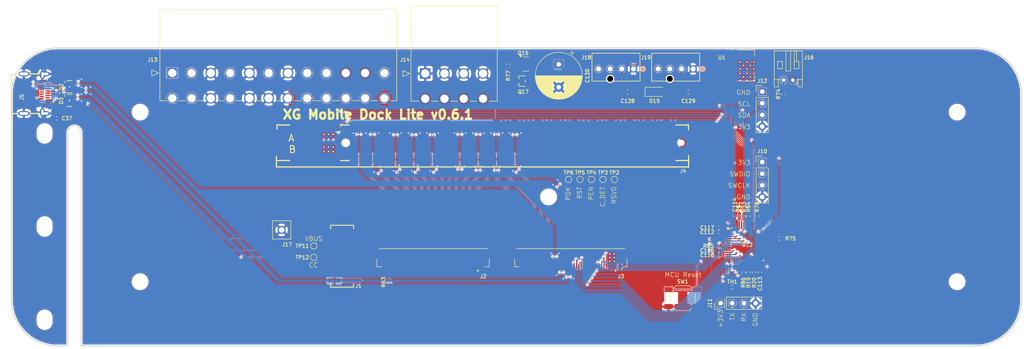
<source format=kicad_pcb>
(kicad_pcb (version 20241229) (generator "pcbnew") (generator_version "9.0")
  (layers (0 "F.Cu" signal) (4 "In1.Cu" power) (6 "In2.Cu" power) (2 "B.Cu" signal) (13 "F.Paste" user) (15 "B.Paste" user) (5 "F.SilkS" user "F.Silkscreen") (7 "B.SilkS" user "B.Silkscreen") (1 "F.Mask" user) (3 "B.Mask" user) (25 "Edge.Cuts" user))
  (net 0 "")
  (net 1 "GND")
  (net 2 "+3V3")
  (net 3 "/C_TXP")
  (net 4 "/C_TXN")
  (net 7 "/HSO5N")
  (net 8 "/HSO3P")
  (net 9 "/HSO2N")
  (net 10 "/HSO1N")
  (net 11 "/HSO5P")
  (net 12 "/HSI4N")
  (net 13 "/HSI3P")
  (net 14 "/HSI4P")
  (net 15 "/HSI1P")
  (net 16 "/HSO6N")
  (net 17 "/HSI3N")
  (net 18 "/HSO4N")
  (net 19 "/HSO1P")
  (net 20 "/HSI0N")
  (net 21 "/HSO4P")
  (net 22 "/HSI0P")
  (net 23 "/HSI2P")
  (net 24 "/HSO0P")
  (net 25 "/DET")
  (net 26 "/HSO3N")
  (net 27 "/HSI2N")
  (net 28 "/HSO6P")
  (net 29 "/HSI5N")
  (net 30 "/HSO0N")
  (net 31 "/HSO2P")
  (net 32 "/HSI5P")
  (net 33 "/HSI6N")
  (net 34 "/C_RXN")
  (net 35 "/CON_DET")
  (net 36 "/LOCK_DET")
  (net 37 "/MCU_IRQ#")
  (net 38 "/HSO7N")
  (net 40 "/PWROK")
  (net 41 "/CLKP")
  (net 42 "/LOCK_SW")
  (net 43 "/HSI6P")
  (net 44 "/RST#")
  (net 45 "/CLKN")
  (net 46 "/AC_LOSS")
  (net 47 "/C_RXP")
  (net 48 "/PWREN#")
  (net 49 "Net-(U12-BOOT0)")
  (net 50 "/C_DP")
  (net 99 "Net-(D15-K)")
  (net 100 "/HSI7P")
  (net 101 "/HSI7N")
  (net 102 "/HSO7P")
  (net 103 "/HSI1N")
  (net 104 "/SCL")
  (net 105 "/SDA")
  (net 106 "/MCU/SCL2")
  (net 107 "/MCU/SDA2")
  (net 115 "/C_DN")
  (net 118 "+12V")
  (net 122 "Net-(J18-Pin_4)")
  (net 127 "Net-(Q16-G)")
  (net 128 "Net-(Q17-G)")
  (net 130 "/MCU/~{CASE_LED}")
  (net 131 "/WAKE#")
  (net 132 "/CLKREQ#")
  (net 133 "/PERST#")
  (net 134 "/MCU/SWDIO")
  (net 135 "/MCU/SWCLK")
  (net 136 "/MCU/TX")
  (net 137 "/MCU/RX")
  (net 138 "/MCU/FAN_ON")
  (net 141 "/LED_RED#")
  (net 142 "/LED_WHITE#")
  (net 143 "/RSV0")
  (net 144 "/12V_EN")
  (net 145 "/CC")
  (net 146 "/VBUS")
  (net 147 "/MCU/FAN_PWM")
  (net 148 "unconnected-(D3-NC-Pad6)")
  (net 157 "/RST_SW")
  (net 163 "Net-(U12-PB1)")
  (net 164 "/MCU/PB12")
  (net 165 "/MCU/PB14")
  (net 167 "/MCU/PB13")
  (net 170 "/HP_SHDN#")
  (net 171 "Net-(J16-Pin_2)")
  (net 172 "+5V")
  (net 173 "/+3V3_PCI")
  (footprint "TestPoint:TestPoint_Pad_D1.0mm" (layer "F.Cu") (at 148.121496 68.121496 180)
    (property "Reference" "TP2")
    (property "Value" "TestPoint_Small")
  )
  (footprint "Capacitor_SMD:C_0402_1005Metric" (layer "F.Cu") (at 170.83666 83.621496 180)
    (property "Reference" "C115")
    (property "Value" "10nF")
  )
  (footprint "469911008:CON_469911008" (layer "F.Cu") (at 106.900002 45 180)
    (property "Reference" "J14")
    (property "Value" "469911008")
  )
  (footprint "Capacitor_SMD:C_0603_1608Metric" (layer "F.Cu") (at 164.225 49)
    (property "Reference" "C129")
    (property "Value" "0.1µF")
  )
  (footprint "Resistor_SMD:R_0402_1005Metric" (layer "F.Cu") (at 176.25 88.4 -90)
    (property "Reference" "R86")
    (property "Value" "100k")
  )
  (footprint "TestPoint:TestPoint_Pad_D1.0mm" (layer "F.Cu") (at 140.621496 68.121496 180)
    (property "Reference" "TP5")
    (property "Value" "TestPoint_Small")
  )
  (footprint "TestPoint:TestPoint_Pad_D1.0mm" (layer "F.Cu") (at 82.621496 82.621496 90)
    (property "Reference" "TP11")
    (property "Value" "TestPoint_Small")
  )
  (footprint "TestPoint:TestPoint_Pad_D1.0mm" (layer "F.Cu") (at 145.621496 68.121496 180)
    (property "Reference" "TP3")
    (property "Value" "TestPoint_Small")
  )
  (footprint "Connector_JST:JST_PH_S2B-PH-K_1x02_P2.00mm_Horizontal" (layer "F.Cu") (at 187 46.45 180)
    (property "Reference" "J16")
    (property "Value" "~")
  )
  (footprint "XG_Mobile:Hole_3.2mm" (layer "F.Cu") (at 133.78666 71.929018)
    (property "Reference" "REF**" (hide yes))
    (property "Value" "Hole_3.2mm")
  )
  (footprint "Package_QFP:LQFP-48_7x7mm_P0.5mm" (layer "F.Cu") (at 177.08666 82.283996)
    (property "Reference" "U12")
    (property "Value" "STM32F030C8Tx")
  )
  (footprint "Capacitor_SMD:C_0402_1005Metric" (layer "F.Cu") (at 170.85666 79.621496 180)
    (property "Reference" "C112")
    (property "Value" "0.1µF")
  )
  (footprint "Connector_PinHeader_2.54mm:PinHeader_1x04_P2.54mm_Vertical" (layer "F.Cu") (at 180.33666 48.949018)
    (property "Reference" "J12")
    (property "Value" "I2C1")
  )
  (footprint "Diode_SMD:D_SOD-123F" (layer "F.Cu") (at 157 49)
    (property "Reference" "D15")
    (property "Value" "1N4007")
  )
  (footprint "Capacitor_SMD:C_0402_1005Metric" (layer "F.Cu") (at 26.618324 54.79354 180)
    (property "Reference" "C37")
    (property "Value" "0.1μF")
  )
  (footprint "XG_Mobile:Hole_3.2mm" (layer "F.Cu") (at 44.78666 53.429018)
    (property "Reference" "REF**" (hide yes))
    (property "Value" "Hole_3.2mm")
  )
  (footprint "Package_TO_SOT_SMD:SOT-223-3_TabPin2" (layer "F.Cu") (at 176.75 43.25)
    (property "Reference" "U1")
    (property "Value" "AMS1117-3.3")
  )
  (footprint "5-1775443-8:5-1775443-8" (layer "F.Cu") (at 88.796496 84.871496 180)
    (property "Reference" "J1")
    (property "Value" "5-1775443-8" (hide yes))
  )
  (footprint "AZ1045-04F:AZ1045-04F" (layer "F.Cu") (at 29.40316 50.886018 -90)
    (property "Reference" "D3")
    (property "Value" "H5VU25U")
  )
  (footprint "20455-040E-76:20455-040E-76" (layer "F.Cu") (at 108.621496 85.121496 180)
    (property "Reference" "J2")
    (property "Value" "20455-040E-76")
  )
  (footprint "Resistor_SMD:R_0402_1005Metric" (layer "F.Cu") (at 99.121496 90.621496 -90)
    (property "Reference" "R63")
    (property "Value" "10k")
  )
  (footprint "KEYSTONE_8730:KEYSTONE_8730" (layer "F.Cu") (at 75.621496 79.121496)
    (property "Reference" "J17")
    (property "Value" "8730")
  )
  (footprint "Button_Switch_SMD:SW_SPST_SKQG_WithStem" (layer "F.Cu") (at 163 94)
    (property "Reference" "SW1")
    (property "Value" "SW_Push")
  )
  (footprint "XG_Mobile:Hole_3x4mm_Rectangular" (layer "F.Cu") (at 23.98666 98.729018)
    (property "Reference" "REF**" (hide yes))
    (property "Value" "Hole_3x4mm_Rectangular")
  )
  (footprint "Resistor_SMD:R_0402_1005Metric" (layer "F.Cu") (at 125 43 90)
    (property "Reference" "R77")
    (property "Value" "10k")
  )
  (footprint "Resistor_SMD:R_0402_1005Metric" (layer "F.Cu") (at 177.33666 76.121496 -90)
    (property "Reference" "R84")
    (property "Value" "1k")
  )
  (footprint "AZ1045-04F:AZ1045-04F" (layer "F.Cu") (at 29.40316 47.886018 -90)
    (property "Reference" "D2")
    (property "Value" "H5VU25U")
  )
  (footprint "TestPoint:TestPoint_Pad_D1.0mm" (layer "F.Cu") (at 82.621496 85.121496 90)
    (property "Reference" "TP12")
    (property "Value" "TestPoint_Small")
  )
  (footprint "Capacitor_SMD:C_0402_1005Metric" (layer "F.Cu") (at 179.83666 88.371496 -90)
    (property "Reference" "C113")
    (property "Value" "0.1µF")
  )
  (footprint "XG_Mobile:Hole_3.2mm" (layer "F.Cu") (at 222.78666 90.429018)
    (property "Reference" "REF**" (hide yes))
    (property "Value" "Hole_3.2mm")
  )
  (footprint "Resistor_SMD:R_0402_1005Metric" (layer "F.Cu") (at 179.2 76.121496 90)
    (property "Reference" "R76")
    (property "Value" "330")
  )
  (footprint "Resistor_SMD:R_0402_1005Metric" (layer "F.Cu") (at 175.33666 76.121496 -90)
    (property "Reference" "R34")
    (property "Value" "10k")
  )
  (footprint "Capacitor_SMD:C_0402_1005Metric" (layer "F.Cu") (at 170.83666 78.621496 180)
    (property "Reference" "C117")
    (property "Value" "4.7µF")
  )
  (footprint "Package_TO_SOT_SMD:SOT-23" (layer "F.Cu") (at 128.8355 42.95)
    (property "Reference" "Q16")
    (property "Value" "AO3401A")
  )
  (footprint "Resistor_SMD:R_0402_1005Metric" (layer "F.Cu") (at 173.8 91.6)
    (property "Reference" "TH1")
    (property "Value" "NCP15WF104F03RC")
  )
  (footprint "XG_Mobile:Hole_3x4mm_Rectangular" (layer "F.Cu") (at 23.98666 58.079018)
    (property "Reference" "REF**" (hide yes))
    (property "Value" "Hole_3x4mm_Rectangular")
  )
  (footprint "470531000:CONN_SD-47053-001_H10p00_MOL" (layer "F.Cu") (at 165.2766 44)
    (property "Reference" "J19")
    (property "Value" "~")
  )
  (footprint "Resistor_SMD:R_0402_1005Metric" (layer "F.Cu") (at 185 49.5 90)
    (property "Reference" "R74")
    (property "Value" "47k")
  )
  (footprint "TestPoint:TestPoint_Pad_D1.0mm" (layer "F.Cu") (at 138.121496 68.121496 180)
    (property "Reference" "TP6")
    (property "Value" "TestPoint_Small")
  )
  (footprint "470531000:CONN_SD-47053-001_H10p00_MOL" (layer "F.Cu") (at 152.2766 44)
    (property "Reference" "J18")
    (property "Value" "~")
  )
  (footprint "XG_Mobile:Hole_3x4mm_Rectangular" (layer "F.Cu") (at 23.98666 78.379018)
    (property "Reference" "REF**" (hide yes))
    (property "Value" "Hole_3x4mm_Rectangular")
  )
  (footprint "Connector_PinHeader_2.54mm:PinHeader_1x04_P2.54mm_Vertical" (layer "F.Cu") (at 180.33666 64.321496)
    (property "Reference" "J10")
    (property "Value" "SWD")
  )
  (footprint "TestPoint:TestPoint_Pad_D1.0mm" (layer "F.Cu") (at 143.121496 68.121496 180)
    (property "Reference" "TP4")
    (property "Value" "TestPoint_Small")
  )
  (footprint "20455-040E-76:20455-040E-76" (layer "F.Cu") (at 138.621496 85.121496 180)
    (property "Reference" "J3")
    (property "Value" "20455-040E-76")
  )
  (footprint "3113-113T:CONN-SMD_164P-P1.00-V_3133" (layer "F.Cu") (at 119.43666 60.127496)
    (property "Reference" "J4")
    (property "Value" "3-2362375-4")
  )
  (footprint "Resistor_SMD:R_0402_1005Metric" (layer "F.Cu") (at 170.83666 82.621496 180)
    (property "Reference" "R85")
    (property "Value" "10k")
  )
  (footprint "XG_Mobile:Hole_3.2mm" (layer "F.Cu") (at 222.78666 53.429018)
    (property "Reference" "REF**" (hide yes))
    (property "Value" "Hole_3.2mm")
  )
  (footprint "Resistor_SMD:R_0402_1005Metric" (layer "F.Cu") (at 176.33666 76.121496 -90)
    (property "Reference" "R33")
    (property "Value" "10k")
  )
  (footprint "Resistor_SMD:R_0402_1005Metric" (layer "F.Cu") (at 177.33666 88.381496 90)
    (property "Reference" "R19")
    (property "Value" "4.7k")
  )
  (footprint "Resistor_SMD:R_0402_1005Metric" (layer "F.Cu") (at 178.58666 88.371496 90)
    (property "Reference" "R20")
    (property "Value" "4.7k")
  )
  (footprint "USB-C-SMD_TYPE-C-24P-QT:USB-C-SMD_TYPE-C-24P-QT" (layer "F.Cu") (at 22.04866 49.404018 -90)
    (property "Reference" "J5")
    (property "Value" "USB_C_Receptacle")
  )
  (footprint "2N7002W:SOT-323-3_L2.0-W1.3-P1.30-LS2.1-BR" (layer "F.Cu") (at 128 46.65)
    (property "Reference" "Q17")
    (property "Value" "2N7002W")
  )
  (footprint "39300240:CON_39300240" (layer "F.Cu") (at 51.8 44.9 180)
    (property "Reference" "J13")
    (property "Value" "39300240")
  )
  (footprint "Resistor_SMD:R_0402_1005Metric" (layer "F.Cu") (at 184 81)
    (property "Reference" "R75")
    (property "Value" "100")
  )
  (footprint "XG_Mobile:Hole_3.2mm" (layer "F.Cu") (at 44.78666 90.429018)
    (property "Reference" "REF**" (hide yes))
    (property "Value" "Hole_3.2mm")
  )
  (footprint "Capacitor_THT:CP_Radial_D10.0mm_P5.00mm" (layer "F.Cu") (at 136 43 -90)
    (property "Reference" "C130")
    (property "Value" "470µF")
  )
  (footprint "Capacitor_SMD:C_0402_1005Metric" (layer "F.Cu") (at 174.33666 76.101496 90)
    (property "Reference" "C114")
    (property "Value" "0.1µF")
  )
  (footprint "Connector_PinHeader_2.54mm:PinHeader_1x04_P2.54mm_Vertical" (layer "F.Cu") (at 171.25666 95.121496 90)
    (property "Reference" "J11")
    (property "Value" "UART")
  )
  (footprint "Capacitor_SMD:C_0603_1608Metric" (layer "F.Cu") (at 151 49)
    (property "Reference" "C128")
    (property "Value" "0.1µF")
  )
  (footprint "Capacitor_SMD:C_0402_1005Metric" (layer "F.Cu") (at 170.81666 84.621496 180)
    (property "Reference" "C118")
    (property "Value" "1µF")
  )
  (gr_arc (start 226.786687 39.429018) (mid 233.857667 42.358007) (end 236.78666 49.428986) (stroke (width 0.2)) (layer "Edge.Cuts"))
  (gr_line (start 28.98666 104.429018) (end 26.78666 104.429018) (stroke (width 0.2)) (layer "Edge.Cuts"))
  (gr_arc (start 28.98666 57.929018) (mid 30.48666 56.429018) (end 31.98666 57.929018) (stroke (width 0.2)) (layer "Edge.Cuts"))
  (gr_arc (start 16.78646 49.429043) (mid 19.715432 42.358027) (end 26.786433 39.429018) (stroke (width 0.2)) (layer "Edge.Cuts"))
  (gr_arc (start 236.78666 94.42905) (mid 233.857667 101.500029) (end 226.786687 104.429018) (stroke (width 0.2)) (layer "Edge.Cuts"))
  (gr_line (start 236.78666 49.429018) (end 236.78666 94.429018) (stroke (width 0.2)) (layer "Edge.Cuts"))
  (gr_line (start 31.98666 104.429018) (end 31.98666 57.929018) (stroke (width 0.2)) (layer "Edge.Cuts"))
  (gr_line (start 226.78666 104.429018) (end 31.98666 104.429018) (stroke (width 0.2)) (layer "Edge.Cuts"))
  (gr_line (start 26.78666 39.429018) (end 226.78666 39.429018) (stroke (width 0.2)) (layer "Edge.Cuts"))
  (gr_line (start 28.98666 57.929018) (end 28.98666 104.429018) (stroke (width 0.2)) (layer "Edge.Cuts"))
  (gr_arc (start 26.786433 104.429018) (mid 19.715432 101.500009) (end 16.78646 94.428993) (stroke (width 0.2)) (layer "Edge.Cuts"))
  (gr_line (start 16.78666 94.429018) (end 16.78666 49.429018) (stroke (width 0.2)) (layer "Edge.Cuts"))
  (gr_text "SCL" (at 177.83666 52.22654 0) (layer "F.SilkS") (effects (font (size 1 1) (thickness 0.1)) (justify right bottom)))
  (gr_text "RST" (at 141.121496 69.621496 90) (layer "F.SilkS") (effects (font (size 1 1) (thickness 0.1)) (justify right bottom)))
  (gr_text "SDA" (at 177.83666 54.72654 0) (layer "F.SilkS") (effects (font (size 1 1) (thickness 0.1)) (justify right bottom)))
  (gr_text "VBUS" (at 84.621496 81.621496 0) (layer "F.SilkS") (effects (font (size 1 1) (thickness 0.1)) (justify right bottom)))
  (gr_text "POK" (at 138.621496 69.621496 90) (layer "F.SilkS") (effects (font (size 1 1) (thickness 0.1)) (justify right bottom)))
  (gr_text "C_DET" (at 146.121496 69.621496 90) (layer "F.SilkS") (effects (font (size 1 1) (thickness 0.1)) (justify right bottom)))
  (gr_text "+3V3" (at 177.83666 57.22654 0) (layer "F.SilkS") (effects (font (size 1 1) (thickness 0.1)) (justify right bottom)))
  (gr_text "TX" (at 174.41666 97.121496 90) (layer "F.SilkS") (effects (font (size 1 1) (thickness 0.1)) (justify right bottom)))
  (gr_text "GND" (at 179.41666 97.121496 90) (layer "F.SilkS") (effects (font (size 1 1) (thickness 0.1)) (justify right bottom)))
  (gr_text "RX" (at 176.91666 97.121496 90) (layer "F.SilkS") (effects (font (size 1 1) (thickness 0.1)) (justify right bottom)))
  (gr_text "RSV0" (at 148.621496 69.621496 90) (layer "F.SilkS") (effects (font (size 1 1) (thickness 0.1)) (justify right bottom)))
  (gr_text "SWDIO" (at 177.83666 67.529018 0) (layer "F.SilkS") (effects (font (size 1 1) (thickness 0.1)) (justify right bottom)))
  (gr_text "CC" (at 83.621496 87.371496 0) (layer "F.SilkS") (effects (font (size 1 1) (thickness 0.1)) (justify right bottom)))
  (gr_text "XG Mobile Dock Lite v0.6.1" (at 75.621496 55.121496 0) (layer "F.SilkS") (effects (font (size 2 2) (thickness 0.5) (bold yes)) (justify left bottom)))
  (gr_text "GND" (at 177.83666 49.72654 0) (layer "F.SilkS") (effects (font (size 1 1) (thickness 0.1)) (justify right bottom)))
  (gr_text "+3V3" (at 177.83666 65.029018 0) (layer "F.SilkS") (effects (font (size 1 1) (thickness 0.1)) (justify right bottom)))
  (gr_text "+3V3" (at 171.83666 96.451496 90) (layer "F.SilkS") (effects (font (size 1 1) (thickness 0.1)) (justify right bottom)))
  (gr_text "GND" (at 177.83666 72.529018 0) (layer "F.SilkS") (effects (font (size 1 1) (thickness 0.1)) (justify right bottom)))
  (gr_text "MCU Reset" (at 159 89.5 0) (layer "F.SilkS") (effects (font (size 1 1) (thickness 0.1)) (justify left bottom)))
  (gr_text "PEN" (at 143.621496 69.621496 90) (layer "F.SilkS") (effects (font (size 1 1) (thickness 0.1)) (justify right bottom)))
  (gr_text "SWCLK" (at 177.83666 70.029018 0) (layer "F.SilkS") (effects (font (size 1 1) (thickness 0.1)) (justify right bottom)))
  (segment (start 23.33666 46.529018) (end 24.38566 46.529018) (width 0.3) (layer "F.Cu") (net 1))
  (segment (start 29.83616 50.886018) (end 29.40316 50.886018) (width 0.3) (layer "F.Cu") (net 1))
  (segment (start 24.63566 52.279018) (end 24.79616 52.279018) (width 0.3) (layer "F.Cu") (net 1))
  (segment (start 24.38566 46.529018) (end 24.63566 46.779018) (width 0.3) (layer "F.Cu") (net 1))
  (segment (start 87.121496 90.121496) (end 86.621496 90.121496) (width 0.3) (layer "F.Cu") (net 1))
  (segment (start 23.33666 52.029018) (end 23.58666 52.279018) (width 0.3) (layer "F.Cu") (net 1))
  (segment (start 28.97016 47.886018) (end 29.83616 47.886018) (width 0.3) (layer "F.Cu") (net 1))
  (segment (start 23.58666 52.279018) (end 24.63566 52.279018) (width 0.3) (layer "F.Cu") (net 1))
  (segment (start 24.63566 46.779018) (end 25.01016 46.779018) (width 0.3) (layer "F.Cu") (net 1))
  (segment (start 29.83616 47.886018) (end 29.40316 47.886018) (width 0.3) (layer "F.Cu") (net 1))
  (segment (start 28.97016 50.886018) (end 29.40316 50.886018) (width 0.3) (layer "F.Cu") (net 1))
  (segment (start 87.121496 88.621496) (end 86.621496 88.621496) (width 0.3) (layer "F.Cu") (net 1))
  (via (at 100 66.25) (size 0.4) (drill 0.3) (layers "F.Cu" "B.Cu") (net 1))
  (via (at 105.75 58) (size 0.4) (drill 0.3) (layers "F.Cu" "B.Cu") (net 1))
  (via (at 32 46.25) (size 0.4) (drill 0.3) (layers "F.Cu" "B.Cu") (net 1))
  (via (at 134.3 84.25) (size 0.4) (drill 0.3) (layers "F.Cu" "B.Cu") (net 1))
  (via (at 25.40316 52.886018) (size 0.5) (drill 0.3) (layers "F.Cu" "B.Cu") (net 1))
  (via (at 134.75 69.25) (size 0.4) (drill 0.3) (layers "F.Cu" "B.Cu") (net 1))
  (via (at 127.7 65.2) (size 0.4) (drill 0.3) (layers "F.Cu" "B.Cu") (net 1))
  (via (at 139.25 89.75) (size 0.4) (drill 0.3) (layers "F.Cu" "B.Cu") (net 1))
  (via (at 117.75 65.25) (size 0.4) (drill 0.3) (layers "F.Cu" "B.Cu") (net 1))
  (via (at 29.40316 50.886018) (size 0.5) (drill 0.3) (layers "F.Cu" "B.Cu") (net 1))
  (via (at 115.75 58) (size 0.4) (drill 0.3) (layers "F.Cu" "B.Cu") (net 1))
  (via (at 95.75 66.5) (size 0.4) (drill 0.3) (layers "F.Cu" "B.Cu") (net 1))
  (via (at 135.75 68.25) (size 0.4) (drill 0.3) (layers "F.Cu" "B.Cu") (net 1))
  (via (at 108 66.25) (size 0.4) (drill 0.3) (layers "F.Cu" "B.Cu") (net 1))
  (via (at 137 89.75) (size 0.4) (drill 0.3) (layers "F.Cu" "B.Cu") (net 1))
  (via (at 101.75 58) (size 0.4) (drill 0.3) (layers "F.Cu" "B.Cu") (net 1))
  (via (at 27.25 49.25) (size 0.4) (drill 0.3) (layers "F.Cu" "B.Cu") (net 1))
  (via (at 115.5 65.25) (size 0.4) (drill 0.3) (layers "F.Cu" "B.Cu") (net 1))
  (via (at 121.75 65.25) (size 0.4) (drill 0.3) (layers "F.Cu" "B.Cu") (net 1))
  (via (at 123.25 65.25) (size 0.4) (drill 0.3) (layers "F.Cu" "B.Cu") (net 1))
  (via (at 32 49.5) (size 0.4) (drill 0.3) (layers "F.Cu" "B.Cu") (net 1))
  (via (at 101.25 65) (size 0.4) (drill 0.3) (layers "F.Cu" "B.Cu") (net 1))
  (via (at 121.25 58) (size 0.4) (drill 0.3) (layers "F.Cu" "B.Cu") (net 1))
  (via (at 126 66.25) (size 0.4) (drill 0.3) (layers "F.Cu" "B.Cu") (net 1))
  (via (at 32 48) (size 0.4) (drill 0.3) (layers "F.Cu" "B.Cu") (net 1))
  (via (at 96.75 58) (size 0.4) (drill 0.3) (layers "F.Cu" "B.Cu") (net 1))
  (via (at 104 66.25) (size 0.4) (drill 0.3) (layers "F.Cu" "B.Cu") (net 1))
  (via (at 117.25 58) (size 0.4) (drill 0.3) (layers "F.Cu" "B.Cu") (net 1))
  (via (at 135.5 89) (size 0.4) (drill 0.3) (layers "F.Cu" "B.Cu") (net 1))
  (via (at 123.75 58) (size 0.4) (drill 0.3) (layers "F.Cu" "B.Cu") (net 1))
  (via (at 109.75 58) (size 0.4) (drill 0.3) (layers "F.Cu" "B.Cu") (net 1))
  (via (at 125.25 58) (size 0.4) (drill 0.3) (layers "F.Cu" "B.Cu") (net 1))
  (via (at 34 48) (size 0.4) (drill 0.3) (layers "F.Cu" "B.Cu") (net 1))
  (via (at 105.25 65) (size 0.4) (drill 0.3) (layers "F.Cu" "B.Cu") (net 1))
  (via (at 99.25 58) (size 0.4) (drill 0.3) (layers "F.Cu" "B.Cu") (net 1))
  (via (at 34 49.5) (size 0.4) (drill 0.3) (layers "F.Cu" "B.Cu") (net 1))
  (via (at 109.6 65.2) (size 0.4) (drill 0.3) (layers "F.Cu" "B.Cu") (net 1))
  (via (at 113.25 58) (size 0.4) (drill 0.3) (layers "F.Cu" "B.Cu") (net 1))
  (via (at 119.75 58) (size 0.4) (drill 0.3) (layers "F.Cu" "B.Cu") (net 1))
  (via (at 91.25 58) (size 0.4) (drill 0.3) (layers "F.Cu" "B.Cu") (net 1))
  (via (at 107.25 58) (size 0.4) (drill 0.3) (layers "F.Cu" "B.Cu") (net 1))
  (via (at 32 51) (size 0.4) (drill 0.3) (layers "F.Cu" "B.Cu") (net 1))
  (via (at 127.75 58) (size 0.4) (drill 0.3) (layers "F.Cu" "B.Cu") (net 1))
  (via (at 94 58) (size 0.4) (drill 0.3) (layers "F.Cu" "B.Cu") (net 1))
  (via (at 29.40316 47.886018) (size 0.5) (drill 0.3) (layers "F.Cu" "B.Cu") (net 1))
  (via (at 119.25 65.25) (size 0.4) (drill 0.3) (layers "F.Cu" "B.Cu") (net 1))
  (via (at 136 84.25) (size 0.4) (drill 0.3) (layers "F.Cu" "B.Cu") (net 1))
  (via (at 97 65.25) (size 0.4) (drill 0.3) (layers "F.Cu" "B.Cu") (net 1))
  (via (at 113.5 65.25) (size 0.4) (drill 0.3) (layers "F.Cu" "B.Cu") (net 1))
  (via (at 103.25 58) (size 0.4) (drill 0.3) (layers "F.Cu" "B.Cu") (net 1))
  (segment (start 177.33666 88.891496) (end 176.268504 88.891496) (width 0.3) (layer "F.Cu") (net 2))
  (segment (start 170.32666 82.621496) (end 169.362597 82.621496) (width 0.3) (layer "F.Cu") (net 2))
  (segment (start 171.33666 78.641496) (end 171.31666 78.621496) (width 0.3) (layer "F.Cu") (net 2))
  (segment (start 180.56666 87.891496) (end 181.33666 87.121496) (width 0.3) (layer "F.Cu") (net 2))
  (segment (start 171.31666 84.601496) (end 171.29666 84.621496) (width 0.3) (layer "F.Cu") (net 2))
  (segment (start 171.33666 79.621496) (end 171.33666 78.641496) (width 0.3) (layer "F.Cu") (net 2))
  (segment (start 176.33666 75.121496) (end 175.33666 74.121496) (width 0.3) (layer "F.Cu") (net 2))
  (segment (start 169.362597 82.621496) (end 168.862597 82.121496) (width 0.3) (layer "F.Cu") (net 2))
  (segment (start 178.58666 88.881496) (end 178.84666 88.881496) (width 0.3) (layer "F.Cu") (net 2))
  (segment (start 171.42416 79.533996) (end 171.33666 79.621496) (width 0.3) (layer "F.Cu") (net 2))
  (segment (start 178.57666 88.891496) (end 178.58666 88.881496) (width 0.3) (layer "F.Cu") (net 2))
  (segment (start 168.862597 84.147433) (end 168.862597 83.621496) (width 0.3) (layer "F.Cu") (net 2))
  (segment (start 172.92416 83.533996) (end 171.40416 83.533996) (width 0.3) (layer "F.Cu") (net 2))
  (segment (start 169.83666 81.121496) (end 168.862597 81.121496) (width 0.3) (layer "F.Cu") (net 2))
  (segment (start 172.83666 77.621496) (end 171.83666 78.621496) (width 0.3) (layer "F.Cu") (net 2))
  (segment (start 178.84666 88.881496) (end 179.83666 87.891496) (width 0.3) (layer "F.Cu") (net 2))
  (segment (start 170.73666 85.181496) (end 169.89666 85.181496) (width 0.3) (layer "F.Cu") (net 2))
  (segment (start 172.83666 77.621496) (end 173.87666 76.581496) (width 0.3) (layer "F.Cu") (net 2))
  (segment (start 174.33666 78.121496) (end 174.33666 76.581496) (width 0.3) (layer "F.Cu") (net 2))
  (segment (start 169.89666 85.181496) (end 168.862597 84.147433) (width 0.3) (layer "F.Cu") (net 2))
  (segment (start 171.33666 79.621496) (end 169.83666 81.121496) (width 0.3) (layer "F.Cu") (net 2))
  (segment (start 171.83666 78.621496) (end 171.31666 78.621496) (width 0.3) (layer "F.Cu") (net 2))
  (segment (start 176.268504 88.891496) (end 176.25 88.91) (width 0.3) (layer "F.Cu") (net 2))
  (segment (start 171.40416 83.533996) (end 171.31666 83.621496) (width 0.3) (layer "F.Cu") (net 2))
  (segment (start 179.83666 87.891496) (end 179.83666 86.446496) (width 0.3) (layer "F.Cu") (net 2))
  (segment (start 171.31666 83.621496) (end 171.31666 84.601496) (width 0.3) (layer "F.Cu") (net 2))
  (segment (start 172.92416 79.533996) (end 171.42416 79.533996) (width 0.3) (layer "F.Cu") (net 2))
  (segment (start 175.33666 75.611496) (end 175.33666 74.121496) (width 0.3) (layer "F.Cu") (net 2))
  (segment (start 177.33666 88.891496) (end 178.57666 88.891496) (width 0.3) (layer "F.Cu") (net 2))
  (segment (start 173.87666 76.581496) (end 174.33666 76.581496) (width 0.3) (layer "F.Cu") (net 2))
  (segment (start 171.29666 84.621496) (end 170.73666 85.181496) (width 0.3) (layer "F.Cu") (net 2))
  (segment (start 176.33666 75.611496) (end 176.33666 75.121496) (width 0.3) (layer "F.Cu") (net 2))
  (segment (start 179.83666 87.891496) (end 180.56666 87.891496) (width 0.3) (layer "F.Cu") (net 2))
  (via (at 176.25 43.25) (size 0.5) (drill 0.3) (layers "F.Cu" "B.Cu") (net 2))
  (via (at 148.121496 85.171496) (size 0.5) (drill 0.3) (layers "F.Cu" "B.Cu") (net 2))
  (via (at 177.75 43.25) (size 0.5) (drill 0.3) (layers "F.Cu" "B.Cu") (net 2))
  (via (at 148.121496 84.371496) (size 0.5) (drill 0.3) (layers "F.Cu" "B.Cu") (net 2))
  (via (at 175.5 42.5) (size 0.5) (drill 0.3) (layers "F.Cu" "B.Cu") (net 2))
  (via (at 175.33666 74.121496) (size 0.5) (drill 0.3) (layers "F.Cu" "B.Cu") (net 2))
  (via (at 181.33666 87.121496) (size 0.5) (drill 0.3) (layers "F.Cu" "B.Cu") (net 2))
  (via (at 175.5 44) (size 0.5) (drill 0.3) (layers "F.Cu" "B.Cu") (net 2))
  (via (at 148.121496 85.971496) (size 0.5) (drill 0.3) (layers "F.Cu" "B.Cu") (net 2))
  (via (at 168.862597 81.121496) (size 0.5) (drill 0.3) (layers "F.Cu" "B.Cu") (net 2))
  (via (at 147.121496 85.971496) (size 0.5) (drill 0.3) (layers "F.Cu" "B.Cu") (net 2))
  (via (at 178.5 42.5) (size 0.5) (drill 0.3) (layers "F.Cu" "B.Cu") (net 2))
  (via (at 168.862597 82.121496) (size 0.5) (drill 0.3) (layers "F.Cu" "B.Cu") (net 2))
  (via (at 147.121496 84.371496) (size 0.5) (drill 0.3) (layers "F.Cu" "B.Cu") (net 2))
  (via (at 177 44) (size 0.5) (drill 0.3) (layers "F.Cu" "B.Cu") (net 2))
  (via (at 178.5 44) (size 0.5) (drill 0.3) (layers "F.Cu" "B.Cu") (net 2))
  (via (at 147.121496 85.171496) (size 0.5) (drill 0.3) (layers "F.Cu" "B.Cu") (net 2))
  (via (at 168.862597 83.621496) (size 0.5) (drill 0.3) (layers "F.Cu" "B.Cu") (net 2))
  (via (at 172.83666 77.621496) (size 0.5) (drill 0.3) (layers "F.Cu" "B.Cu") (net 2))
  (via (at 177 42.5) (size 0.5) (drill 0.3) (layers "F.Cu" "B.Cu") (net 2))
  (segment (start 28.335709 47.021718) (end 28.471409 46.886018) (width 0.127) (layer "F.Cu") (net 3))
  (segment (start 28.471409 46.886018) (end 28.97016 46.886018) (width 0.127) (layer "F.Cu") (net 3))
  (segment (start 31.324011 46.736018) (end 31.038311 47.021718) (width 0.127) (layer "F.Cu") (net 3))
  (segment (start 135.235796 85.218949) (end 135.521496 84.933249) (width 0.127) (layer "F.Cu") (net 3))
  (segment (start 135.235796 86.230795) (end 135.235796 85.218949) (width 0.127) (layer "F.Cu") (net 3))
  (segment (start 25.483861 47.414718) (end 27.423636 47.414718) (width 0.127) (layer "F.Cu") (net 3))
  (segment (start 30.470611 47.021718) (end 30.334911 46.886018) (width 0.127) (layer "F.Cu") (net 3))
  (segment (start 24.63566 47.279018) (end 25.348161 47.279018) (width 0.127) (layer "F.Cu") (net 3))
  (segment (start 135.371496 87.041496) (end 135.371496 86.366495) (width 0.127) (layer "F.Cu") (net 3))
  (segment (start 27.816636 47.021718) (end 28.335709 47.021718) (width 0.127) (layer "F.Cu") (net 3))
  (segment (start 28.97016 46.886018) (end 29.83616 46.886018) (width 0.170434) (layer "F.Cu") (net 3))
  (segment (start 135.371496 86.366495) (end 135.235796 86.230795) (width 0.127) (layer "F.Cu") (net 3))
  (segment (start 25.348161 47.279018) (end 25.483861 47.414718) (width 0.127) (layer "F.Cu") (net 3))
  (segment (start 27.423636 47.414718) (end 27.816636 47.021718) (width 0.127) (layer "F.Cu") (net 3))
  (segment (start 30.334911 46.886018) (end 29.83616 46.886018) (width 0.127) (layer "F.Cu") (net 3))
  (segment (start 29.83616 46.886018) (end 30.06866 46.886018) (width 0.170434) (layer "F.Cu") (net 3))
  (segment (start 31.038311 47.021718) (end 30.470611 47.021718) (width 0.127) (layer "F.Cu") (net 3))
  (via (at 31.324011 46.736018) (size 0.4) (drill 0.3) (layers "F.Cu" "B.Cu") (net 3))
  (via (at 135.521496 84.933249) (size 0.4) (drill 0.3) (layers "F.Cu" "B.Cu") (net 3))
  (segment (start 57.797346 69.8857) (end 34.933364 47.021718) (width 0.127) (layer "B.Cu") (net 3))
  (segment (start 34.933364 47.021718) (end 31.609711 47.021718) (width 0.127) (layer "B.Cu") (net 3))
  (segment (start 126.797346 69.8857) (end 57.797346 69.8857) (width 0.127) (layer "B.Cu") (net 3))
  (segment (start 135.235796 78.32415) (end 126.797346 69.8857) (width 0.127) (layer "B.Cu") (net 3))
  (segment (start 135.235796 84.647549) (end 135.235796 78.32415) (width 0.127) (layer "B.Cu") (net 3))
  (segment (start 31.609711 47.021718) (end 31.324011 46.736018) (width 0.127) (layer "B.Cu") (net 3))
  (segment (start 135.521496 84.933249) (end 135.235796 84.647549) (width 0.127) (layer "B.Cu") (net 3))
  (segment (start 134.871496 86.366495) (end 135.007196 86.230795) (width 0.127) (layer "F.Cu") (net 4))
  (segment (start 31.324011 47.536018) (end 31.038311 47.250318) (width 0.127) (layer "F.Cu") (net 4))
  (segment (start 30.470611 47.250318) (end 30.334911 47.386018) (width 0.127) (layer "F.Cu") (net 4))
  (segment (start 25.483861 47.643318) (end 27.518328 47.643318) (width 0.127) (layer "F.Cu") (net 4))
  (segment (start 27.911328 47.250318) (end 28.335709 47.250318) (width 0.127) (layer "F.Cu") (net 4))
  (segment (start 30.334911 47.386018) (end 29.83616 47.386018) (width 0.127) (layer "F.Cu") (net 4))
  (segment (start 31.038311 47.250318) (end 30.470611 47.250318) (width 0.127) (layer "F.Cu") (net 4))
  (segment (start 28.97016 47.386018) (end 29.83616 47.386018) (width 0.170434) (layer "F.Cu") (net 4))
  (segment (start 28.335709 47.250318) (end 28.471409 47.386018) (width 0.127) (layer "F.Cu") (net 4))
  (segment (start 135.007196 85.218949) (end 134.721496 84.933249) (width 0.127) (layer "F.Cu") (net 4))
  (segment (start 135.007196 86.230795) (end 135.007196 85.218949) (width 0.127) (layer "F.Cu") (net 4))
  (segment (start 28.471409 47.386018) (end 28.97016 47.386018) (width 0.127) (layer "F.Cu") (net 4))
  (segment (start 134.871496 87.041496) (end 134.871496 86.366495) (width 0.127) (layer "F.Cu") (net 4))
  (segment (start 25.348161 47.779018) (end 25.483861 47.643318) (width 0.127) (layer "F.Cu") (net 4))
  (segment (start 27.518328 47.643318) (end 27.911328 47.250318) (width 0.127) (layer "F.Cu") (net 4))
  (segment (start 24.63566 47.779018) (end 25.348161 47.779018) (width 0.127) (layer "F.Cu") (net 4))
  (segment (start 29.83616 47.386018) (end 30.06866 47.386018) (width 0.170434) (layer "F.Cu") (net 4))
  (via (at 31.324011 47.536018) (size 0.4) (drill 0.3) (layers "F.Cu" "B.Cu") (net 4))
  (via (at 134.721496 84.933249) (size 0.4) (drill 0.3) (layers "F.Cu" "B.Cu") (net 4))
  (segment (start 34.838672 47.250318) (end 31.609711 47.250318) (width 0.127) (layer "B.Cu") (net 4))
  (segment (start 57.702654 70.1143) (end 34.838672 47.250318) (width 0.127) (layer "B.Cu") (net 4))
  (segment (start 126.702654 70.1143) (end 57.702654 70.1143) (width 0.127) (layer "B.Cu") (net 4))
  (segment (start 135.007196 84.647549) (end 135.007196 78.418842) (width 0.127) (layer "B.Cu") (net 4))
  (segment (start 31.609711 47.250318) (end 31.324011 47.536018) (width 0.127) (layer "B.Cu") (net 4))
  (segment (start 135.007196 78.418842) (end 126.702654 70.1143) (width 0.127) (layer "B.Cu") (net 4))
  (segment (start 134.721496 84.933249) (end 135.007196 84.647549) (width 0.127) (layer "B.Cu") (net 4))
  (segment (start 115.250546 86.245545) (end 115.371496 86.366495) (width 0.1565) (layer "F.Cu") (net 7))
  (segment (start 116.93666 64.377496) (end 116.590203 64.723953) (width 0.1565) (layer "F.Cu") (net 7))
  (segment (start 116.590203 64.723953) (end 116.590203 67.342301) (width 0.1565) (layer "F.Cu") (net 7))
  (segment (start 115.371496 86.366495) (end 115.371496 87.041496) (width 0.1565) (layer "F.Cu") (net 7))
  (segment (start 115.250546 68.681958) (end 115.250546 86.245545) (width 0.1565) (layer "F.Cu") (net 7))
  (segment (start 116.590203 67.342301) (end 115.250546 68.681958) (width 0.1565) (layer "F.Cu") (net 7))
  (segment (start 116.93666 63.727496) (end 116.93666 64.377496) (width 0.1565) (layer "F.Cu") (net 7))
  (segment (start 106.283117 64.723953) (end 106.283117 65.715621) (width 0.1565) (layer "F.Cu") (net 8))
  (segment (start 106.283117 65.715621) (end 108.992446 68.42495) (width 0.1565) (layer "F.Cu") (net 8))
  (segment (start 108.992446 86.245545) (end 108.871496 86.366495) (width 0.1565) (layer "F.Cu") (net 8))
  (segment (start 105.93666 64.377496) (end 106.283117 64.723953) (width 0.1565) (layer "F.Cu") (net 8))
  (segment (start 108.871496 86.366495) (end 108.871496 87.041496) (width 0.1565) (layer "F.Cu") (net 8))
  (segment (start 105.93666 63.727496) (end 105.93666 64.377496) (width 0.1565) (layer "F.Cu") (net 8))
  (segment (start 108.992446 68.42495) (end 108.992446 86.245545) (width 0.1565) (layer "F.Cu") (net 8))
  (segment (start 106.371496 86.366495) (end 106.371496 87.041496) (width 0.1565) (layer "F.Cu") (net 9))
  (segment (start 102.590203 65.657699) (end 106.250546 69.318042) (width 0.1565) (layer "F.Cu") (net 9))
  (segment (start 102.93666 64.377496) (end 102.590203 64.723953) (width 0.1565) (layer "F.Cu") (net 9))
  (segment (start 106.250546 69.318042) (end 106.250546 86.245545) (width 0.1565) (layer "F.Cu") (net 9))
  (segment (start 106.250546 86.245545) (end 106.371496 86.366495) (width 0.1565) (layer "F.Cu") (net 9))
  (segment (start 102.590203 64.723953) (end 102.590203 65.657699) (width 0.1565) (layer "F.Cu") (net 9))
  (segment (start 102.93666 63.727496) (end 102.93666 64.377496) (width 0.1565) (layer "F.Cu") (net 9))
  (segment (start 98.93666 64.377496) (end 98.590203 64.723953) (width 0.1565) (layer "F.Cu") (net 10))
  (segment (start 98.590203 64.723953) (end 98.590203 65.657699) (width 0.1565) (layer "F.Cu") (net 10))
  (segment (start 103.250546 86.245545) (end 103.371496 86.366495) (width 0.1565) (layer "F.Cu") (net 10))
  (segment (start 98.93666 63.727496) (end 98.93666 64.377496) (width 0.1565) (layer "F.Cu") (net 10))
  (segment (start 98.590203 65.657699) (end 103.250546 70.318042) (width 0.1565) (layer "F.Cu") (net 10))
  (segment (start 103.371496 86.366495) (end 103.371496 87.041496) (width 0.1565) (layer "F.Cu") (net 10))
  (segment (start 103.250546 70.318042) (end 103.250546 86.245545) (width 0.1565) (layer "F.Cu") (net 10))
  (segment (start 114.992446 68.57505) (end 114.992446 86.245545) (width 0.1565) (layer "F.Cu") (net 11))
  (segment (start 116.283117 64.723953) (end 116.283117 67.284379) (width 0.1565) (layer "F.Cu") (net 11))
  (segment (start 114.992446 86.245545) (end 114.871496 86.366495) (width 0.1565) (layer "F.Cu") (net 11))
  (segment (start 115.93666 64.377496) (end 116.283117 64.723953) (width 0.1565) (layer "F.Cu") (net 11))
  (segment (start 116.283117 67.284379) (end 114.992446 68.57505) (width 0.1565) (layer "F.Cu") (net 11))
  (segment (start 115.93666 63.727496) (end 115.93666 64.377496) (width 0.1565) (layer "F.Cu") (net 11))
  (segment (start 114.871496 86.366495) (end 114.871496 87.041496) (width 0.1565) (layer "F.Cu") (net 11))
  (segment (start 113.750546 67.931958) (end 114.565711 67.116793) (width 0.1565) (layer "F.Cu") (net 12))
  (segment (start 114.56571 57.75) (end 114.565711 57.750001) (width 0.1565) (layer "F.Cu") (net 12))
  (segment (start 114.565711 66.164315) (end 114.83666 65.893366) (width 0.1565) (layer "F.Cu") (net 12))
  (segment (start 114.565711 67.116793) (end 114.565711 66.164315) (width 0.1565) (layer "F.Cu") (net 12))
  (segment (start 113.871496 86.366495) (end 113.750546 86.245545) (width 0.1565) (layer "F.Cu") (net 12))
  (segment (start 114.93666 56.527496) (end 114.93666 57.177496) (width 0.1565) (layer "F.Cu") (net 12))
  (segment (start 114.565711 57.750001) (end 114.565711 58.003407) (width 0.1565) (layer "F.Cu") (net 12))
  (segment (start 114.93666 57.177496) (end 114.56571 57.548446) (width 0.1565) (layer "F.Cu") (net 12))
  (segment (start 114.56571 57.548446) (end 114.56571 57.75) (width 0.1565) (layer "F.Cu") (net 12))
  (segment (start 113.750546 86.245545) (end 113.750546 67.931958) (width 0.1565) (layer "F.Cu") (net 12))
  (segment (start 113.871496 87.041496) (end 113.871496 86.366495) (width 0.1565) (layer "F.Cu") (net 12))
  (segment (start 114.565711 58.003407) (end 114.83666 58.274356) (width 0.1565) (layer "F.Cu") (net 12))
  (via (at 114.83666 65.893366) (size 0.4) (drill 0.3) (layers "F.Cu" "B.Cu") (net 12))
  (via (at 114.83666 58.274356) (size 0.4) (drill 0.3) (layers "F.Cu" "B.Cu") (net 12))
  (segment (start 114.565711 58.545305) (end 114.565711 65.622417) (width 0.1565) (layer "B.Cu") (net 12))
  (segment (start 114.83666 58.274356) (end 114.565711 58.545305) (width 0.1565) (layer "B.Cu") (net 12))
  (segment (start 114.565711 65.622417) (end 114.83666 65.893366) (width 0.1565) (layer "B.Cu") (net 12))
  (segment (start 107.93666 56.527496) (end 107.93666 57.177496) (width 0.1565) (layer "F.Cu") (net 13))
  (segment (start 108.307609 57.750001) (end 108.307609 58.090124) (width 0.1565) (layer "F.Cu") (net 13))
  (segment (start 109.141188 66.516051) (end 108.758007 66.516051) (width 0.1565) (layer "F.Cu") (net 13))
  (segment (start 108.30761 57.548446) (end 108.30761 57.75) (width 0.1565) (layer "F.Cu") (net 13))
  (segment (start 110.492446 67.867309) (end 109.141188 66.516051) (width 0.1565) (layer "F.Cu") (net 13))
  (segment (start 108.30761 57.75) (end 108.307609 57.750001) (width 0.1565) (layer "F.Cu") (net 13))
  (segment (start 110.371496 87.041496) (end 110.371496 86.366495) (width 0.1565) (layer "F.Cu") (net 13))
  (segment (start 107.93666 57.177496) (end 108.30761 57.548446) (width 0.1565) (layer "F.Cu") (net 13))
  (segment (start 110.371496 86.366495) (end 110.492446 86.245545) (width 0.1565) (layer "F.Cu") (net 13))
  (segment (start 108.307609 58.090124) (end 108.03666 58.361073) (width 0.1565) (layer "F.Cu") (net 13))
  (segment (start 110.492446 86.245545) (end 110.492446 67.867309) (width 0.1565) (layer "F.Cu") (net 13))
  (via (at 108.03666 58.361073) (size 0.4) (drill 0.3) (layers "F.Cu" "B.Cu") (net 13))
  (via (at 108.758007 66.516051) (size 0.4) (drill 0.3) (layers "F.Cu" "B.Cu") (net 13))
  (segment (start 108.03666 58.361073) (end 108.307609 58.632022) (width 0.1565) (layer "B.Cu") (net 13))
  (segment (start 108.758007 66.13287) (end 108.758007 66.516051) (width 0.1565) (layer "B.Cu") (net 13))
  (segment (start 108.307609 58.632022) (end 108.307609 65.682472) (width 0.1565) (layer "B.Cu") (net 13))
  (segment (start 108.307609 65.682472) (end 108.758007 66.13287) (width 0.1565) (layer "B.Cu") (net 13))
  (segment (start 114.30761 57.75) (end 114.307609 57.750001) (width 0.1565) (layer "F.Cu") (net 14))
  (segment (start 113.371496 87.041496) (end 113.371496 86.366495) (width 0.1565) (layer "F.Cu") (net 14))
  (segment (start 113.492446 86.245545) (end 113.492446 67.82505) (width 0.1565) (layer "F.Cu") (net 14))
  (segment (start 114.307609 58.003407) (end 114.03666 58.274356) (width 0.1565) (layer "F.Cu") (net 14))
  (segment (start 114.30761 57.548446) (end 114.30761 57.75) (width 0.1565) (layer "F.Cu") (net 14))
  (segment (start 113.93666 57.177496) (end 114.30761 57.548446) (width 0.1565) (layer "F.Cu") (net 14))
  (segment (start 113.492446 67.82505) (end 114.307609 67.009887) (width 0.1565) (layer "F.Cu") (net 14))
  (segment (start 113.371496 86.366495) (end 113.492446 86.245545) (width 0.1565) (layer "F.Cu") (net 14))
  (segment (start 114.307609 67.009887) (end 114.307609 66.164315) (width 0.1565) (layer "F.Cu") (net 14))
  (segment (start 114.307609 57.750001) (end 114.307609 58.003407) (width 0.1565) (layer "F.Cu") (net 14))
  (segment (start 114.307609 66.164315) (end 114.03666 65.893366) (width 0.1565) (layer "F.Cu") (net 14))
  (segment (start 113.93666 56.527496) (end 113.93666 57.177496) (width 0.1565) (layer "F.Cu") (net 14))
  (via (at 114.03666 58.274356) (size 0.4) (drill 0.3) (layers "F.Cu" "B.Cu") (net 14))
  (via (at 114.03666 65.893366) (size 0.4) (drill 0.3) (layers "F.Cu" "B.Cu") (net 14))
  (segment (start 114.03666 58.274356) (end 114.307609 58.545305) (width 0.1565) (layer "B.Cu") (net 14))
  (segment (start 114.307609 65.622417) (end 114.03666 65.893366) (width 0.1565) (layer "B.Cu") (net 14))
  (segment (start 114.307609 58.545305) (end 114.307609 65.622417) (width 0.1565) (layer "B.Cu") (net 14))
  (segment (start 100.30761 57.548446) (end 100.30761 57.813845) (width 0.1565) (layer "F.Cu") (net 15))
  (segment (start 100.307609 57.813846) (end 100.307609 58.090124) (width 0.1565) (layer "F.Cu") (net 15))
  (segment (start 104.492446 69.867309) (end 101.141188 66.516051) (width 0.1565) (layer "F.Cu") (net 15))
  (segment (start 99.93666 56.527496) (end 99.93666 57.177496) (width 0.1565) (layer "F.Cu") (net 15))
  (segment (start 100.307609 58.090124) (end 100.03666 58.361073) (width 0.1565) (layer "F.Cu") (net 15))
  (segment (start 104.492446 86.245545) (end 104.492446 69.867309) (width 0.1565) (layer "F.Cu") (net 15))
  (segment (start 100.30761 57.813845) (end 100.307609 57.813846) (width 0.1565) (layer "F.Cu") (net 15))
  (segment (start 101.141188 66.516051) (end 100.758007 66.516051) (width 0.1565) (layer "F.Cu") (net 15))
  (segment (start 104.371496 86.366495) (end 104.492446 86.245545) (width 0.1565) (layer "F.Cu") (net 15))
  (segment (start 99.93666 57.177496) (end 100.30761 57.548446) (width 0.1565) (layer "F.Cu") (net 15))
  (segment (start 104.371496 87.041496) (end 104.371496 86.366495) (width 0.1565) (layer "F.Cu") (net 15))
  (via (at 100.758007 66.516051) (size 0.4) (drill 0.3) (layers "F.Cu" "B.Cu") (net 15))
  (via (at 100.03666 58.361073) (size 0.4) (drill 0.3) (layers "F.Cu" "B.Cu") (net 15))
  (segment (start 100.307609 58.632022) (end 100.307609 65.682472) (width 0.1565) (layer "B.Cu") (net 15))
  (segment (start 100.03666 58.361073) (end 100.307609 58.632022) (width 0.1565) (layer "B.Cu") (net 15))
  (segment (start 100.758007 66.13287) (end 100.758007 66.516051) (width 0.1565) (layer "B.Cu") (net 15))
  (segment (start 100.307609 65.682472) (end 100.758007 66.13287) (width 0.1565) (layer "B.Cu") (net 15))
  (segment (start 118.250546 86.245545) (end 118.371496 86.366495) (width 0.1565) (layer "F.Cu") (net 16))
  (segment (start 120.590203 68.092301) (end 118.250546 70.431958) (width 0.1565) (layer "F.Cu") (net 16))
  (segment (start 118.250546 70.431958) (end 118.250546 86.245545) (width 0.1565) (layer "F.Cu") (net 16))
  (segment (start 120.93666 63.727496) (end 120.93666 64.377496) (width 0.1565) (layer "F.Cu") (net 16))
  (segment (start 118.371496 86.366495) (end 118.371496 87.041496) (width 0.1565) (layer "F.Cu") (net 16))
  (segment (start 120.93666 64.377496) (end 120.590203 64.723953) (width 0.1565) (layer "F.Cu") (net 16))
  (segment (start 120.590203 64.723953) (end 120.590203 68.092301) (width 0.1565) (layer "F.Cu") (net 16))
  (segment (start 108.93666 57.177496) (end 108.56571 57.548446) (width 0.1565) (layer "F.Cu") (net 17))
  (segment (start 108.56571 57.75) (end 108.565711 57.750001) (width 0.1565) (layer "F.Cu") (net 17))
  (segment (start 110.871496 87.041496) (end 110.871496 86.366495) (width 0.1565) (layer "F.Cu") (net 17))
  (segment (start 108.565711 58.090124) (end 108.83666 58.361073) (width 0.1565) (layer "F.Cu") (net 17))
  (segment (start 110.750546 67.760399) (end 109.323693 66.333546) (width 0.1565) (layer "F.Cu") (net 17))
  (segment (start 108.93666 56.527496) (end 108.93666 57.177496) (width 0.1565) (layer "F.Cu") (net 17))
  (segment (start 108.565711 57.750001) (end 108.565711 58.090124) (width 0.1565) (layer "F.Cu") (net 17))
  (segment (start 110.750546 86.245545) (end 110.750546 67.760399) (width 0.1565) (layer "F.Cu") (net 17))
  (segment (start 110.871496 86.366495) (end 110.750546 86.245545) (width 0.1565) (layer "F.Cu") (net 17))
  (segment (start 108.56571 57.548446) (end 108.56571 57.75) (width 0.1565) (layer "F.Cu") (net 17))
  (segment (start 109.323693 66.333546) (end 109.323693 65.950365) (width 0.1565) (layer "F.Cu") (net 17))
  (via (at 109.323693 65.950365) (size 0.4) (drill 0.3) (layers "F.Cu" "B.Cu") (net 17))
  (via (at 108.83666 58.361073) (size 0.4) (drill 0.3) (layers "F.Cu" "B.Cu") (net 17))
  (segment (start 108.565711 65.575564) (end 108.940512 65.950365) (width 0.1565) (layer "B.Cu") (net 17))
  (segment (start 108.83666 58.361073) (end 108.565711 58.632022) (width 0.1565) (layer "B.Cu") (net 17))
  (segment (start 108.940512 65.950365) (end 109.323693 65.950365) (width 0.1565) (layer "B.Cu") (net 17))
  (segment (start 108.565711 58.632022) (end 108.565711 65.575564) (width 0.1565) (layer "B.Cu") (net 17))
  (segment (start 112.93666 63.727496) (end 112.93666 64.377496) (width 0.1565) (layer "F.Cu") (net 18))
  (segment (start 112.371496 86.366495) (end 112.371496 87.041496) (width 0.1565) (layer "F.Cu") (net 18))
  (segment (start 112.93666 64.377496) (end 112.590203 64.723953) (width 0.1565) (layer "F.Cu") (net 18))
  (segment (start 112.250546 86.245545) (end 112.371496 86.366495) (width 0.1565) (layer "F.Cu") (net 18))
  (segment (start 112.590203 67.592301) (end 112.250546 67.931958) (width 0.1565) (layer "F.Cu") (net 18))
  (segment (start 112.590203 64.723953) (end 112.590203 67.592301) (width 0.1565) (layer "F.Cu") (net 18))
  (segment (start 112.250546 67.931958) (end 112.250546 86.245545) (width 0.1565) (layer "F.Cu") (net 18))
  (segment (start 98.283117 65.715621) (end 102.992446 70.42495) (width 0.1565) (layer "F.Cu") (net 19))
  (segment (start 102.992446 70.42495) (end 102.992446 86.245545) (width 0.1565) (layer "F.Cu") (net 19))
  (segment (start 97.93666 64.377496) (end 98.283117 64.723953) (width 0.1565) (layer "F.Cu") (net 19))
  (segment (start 102.871496 86.366495) (end 102.871496 87.041496) (width 0.1565) (layer "F.Cu") (net 19))
  (segment (start 97.93666 63.727496) (end 97.93666 64.377496) (width 0.1565) (layer "F.Cu") (net 19))
  (segment (start 102.992446 86.245545) (end 102.871496 86.366495) (width 0.1565) (layer "F.Cu") (net 19))
  (segment (start 98.283117 64.723953) (end 98.283117 65.715621) (width 0.1565) (layer "F.Cu") (net 19))
  (segment (start 97.282843 66.217157) (end 97.282843 66.600338) (width 0.1565) (layer "F.Cu") (net 20))
  (segment (start 101.871496 86.366495) (end 101.871496 87.041496) (width 0.1565) (layer "F.Cu") (net 20))
  (segment (start 101.750546 71.068042) (end 101.750546 86.245545) (width 0.1565) (layer "F.Cu") (net 20))
  (segment (start 95.56571 57.548446) (end 95.93666 57.177496) (width 0.1565) (layer "F.Cu") (net 20))
  (segment (start 101.750546 86.245545) (end 101.871496 86.366495) (width 0.1565) (layer "F.Cu") (net 20))
  (segment (start 95.56571 58.003406) (end 95.56571 57.548446) (width 0.1565) (layer "F.Cu") (net 20))
  (segment (start 97.282843 66.600338) (end 101.750546 71.068042) (width 0.1565) (layer "F.Cu") (net 20))
  (segment (start 95.83666 58.274356) (end 95.56571 58.003406) (width 0.1565) (layer "F.Cu") (net 20))
  (segment (start 95.93666 57.177496) (end 95.93666 56.527496) (width 0.1565) (layer "F.Cu") (net 20))
  (via (at 97.282843 66.217157) (size 0.4) (drill 0.3) (layers "F.Cu" "B.Cu") (net 20))
  (via (at 95.83666 58.274356) (size 0.4) (drill 0.3) (layers "F.Cu" "B.Cu") (net 20))
  (segment (start 96.899662 66.217157) (end 97.282843 66.217157) (width 0.1565) (layer "B.Cu") (net 20))
  (segment (start 95.83666 58.274356) (end 95.565711 58.545305) (width 0.1565) (layer "B.Cu") (net 20))
  (segment (start 95.565711 58.545305) (end 95.565711 64.883206) (width 0.1565) (layer "B.Cu") (net 20))
  (segment (start 95.565711 64.883206) (end 96.899662 66.217157) (width 0.1565) (layer "B.Cu") (net 20))
  (segment (start 111.992446 86.245545) (end 111.871496 86.366495) (width 0.1565) (layer "F.Cu") (net 21))
  (segment (start 111.992446 67.82505) (end 111.992446 86.245545) (width 0.1565) (layer "F.Cu") (net 21))
  (segment (start 112.283117 67.534379) (end 111.992446 67.82505) (width 0.1565) (layer "F.Cu") (net 21))
  (segment (start 111.93666 64.377496) (end 112.283117 64.723953) (width 0.1565) (layer "F.Cu") (net 21))
  (segment (start 111.93666 63.727496) (end 111.93666 64.377496) (width 0.1565) (layer "F.Cu") (net 21))
  (segment (start 111.871496 86.366495) (end 111.871496 87.041496) (width 0.1565) (layer "F.Cu") (net 21))
  (segment (start 112.283117 64.723953) (end 112.283117 67.534379) (width 0.1565) (layer "F.Cu") (net 21))
  (segment (start 94.93666 57.177496) (end 94.93666 56.527496) (width 0.1565) (layer "F.Cu") (net 22))
  (segment (start 95.03666 58.274356) (end 95.30761 58.003406) (width 0.1565) (layer "F.Cu") (net 22))
  (segment (start 97.100338 66.782843) (end 101.492446 71.17495) (width 0.1565) (layer "F.Cu") (net 22))
  (segment (start 101.371496 86.366495) (end 101.371496 87.041496) (width 0.1565) (layer "F.Cu") (net 22))
  (segment (start 95.30761 58.003406) (end 95.30761 57.548446) (width 0.1565) (layer "F.Cu") (net 22))
  (segment (start 95.30761 57.548446) (end 94.93666 57.177496) (width 0.1565) (layer "F.Cu") (net 22))
  (segment (start 96.717157 66.782843) (end 97.100338 66.782843) (width 0.1565) (layer "F.Cu") (net 22))
  (segment (start 101.492446 71.17495) (end 101.492446 86.245545) (width 0.1565) (layer "F.Cu") (net 22))
  (segment (start 101.492446 86.245545) (end 101.371496 86.366495) (width 0.1565) (layer "F.Cu") (net 22))
  (via (at 95.03666 58.274356) (size 0.4) (drill 0.3) (layers "F.Cu" "B.Cu") (net 22))
  (via (at 96.717157 66.782843) (size 0.4) (drill 0.3) (layers "F.Cu" "B.Cu") (net 22))
  (segment (start 95.307609 64.990114) (end 96.717157 66.399662) (width 0.1565) (layer "B.Cu") (net 22))
  (segment (start 95.307609 58.545305) (end 95.307609 64.990114) (width 0.1565) (layer "B.Cu") (net 22))
  (segment (start 95.03666 58.274356) (end 95.307609 58.545305) (width 0.1565) (layer "B.Cu") (net 22))
  (segment (start 96.717157 66.399662) (end 96.717157 66.782843) (width 0.1565) (layer "B.Cu") (net 22))
  (segment (start 107.492446 68.867309) (end 105.141188 66.516051) (width 0.1565) (layer "F.Cu") (net 23))
  (segment (start 104.30761 57.75) (end 104.307609 57.750001) (width 0.1565) (layer "F.Cu") (net 23))
  (segment (start 107.371496 86.366495) (end 107.492446 86.245545) (width 0.1565) (layer "F.Cu") (net 23))
  (segment (start 104.307609 58.093927) (end 104.03666 58.364876) (width 0.1565) (layer "F.Cu") (net 23))
  (segment (start 103.93666 57.177496) (end 104.30761 57.548446) (width 0.1565) (layer "F.Cu") (net 23))
  (segment (start 103.93666 56.527496) (end 103.93666 57.177496) (width 0.1565) (layer "F.Cu") (net 23))
  (segment (start 105.141188 66.516051) (end 104.758007 66.516051) (width 0.1565) (layer "F.Cu") (net 23))
  (segment (start 104.30761 57.548446) (end 104.30761 57.75) (width 0.1565) (layer "F.Cu") (net 23))
  (segment (start 104.307609 57.750001) (end 104.307609 58.093927) (width 0.1565) (layer "F.Cu") (net 23))
  (segment (start 107.371496 87.041496) (end 107.371496 86.366495) (width 0.1565) (layer "F.Cu") (net 23))
  (segment (start 107.492446 86.245545) (end 107.492446 68.867309) (width 0.1565) (layer "F.Cu") (net 23))
  (via (at 104.03666 58.364876) (size 0.4) (drill 0.3) (layers "F.Cu" "B.Cu") (net 23))
  (via (at 104.758007 66.516051) (size 0.4) (drill 0.3) (layers "F.Cu" "B.Cu") (net 23))
  (segment (start 104.307609 58.635825) (end 104.307609 65.682472) (width 0.1565) (layer "B.Cu") (net 23))
  (segment (start 104.03666 58.364876) (end 104.307609 58.635825) (width 0.1565) (layer "B.Cu") (net 23))
  (segment (start 104.758007 66.13287) (end 104.758007 66.516051) (width 0.1565) (layer "B.Cu") (net 23))
  (segment (start 104.307609 65.682472) (end 104.758007 66.13287) (width 0.1565) (layer "B.Cu") (net 23))
  (segment (start 99.871496 86.366495) (end 99.871496 87.041496) (width 0.1565) (layer "F.Cu") (net 24))
  (segment (start 93.283117 64.723953) (end 93.283117 66.000261) (width 0.1565) (layer "F.Cu") (net 24))
  (segment (start 99.992446 72.70959) (end 99.992446 86.245545) (width 0.1565) (layer "F.Cu") (net 24))
  (segment (start 92.93666 64.377496) (end 93.283117 64.723953) (width 0.1565) (layer "F.Cu") (net 24))
  (segment (start 92.93666 63.727496) (end 92.93666 64.377496) (width 0.1565) (layer "F.Cu") (net 24))
  (segment (start 93.283117 66.000261) (end 99.992446 72.70959) (width 0.1565) (layer "F.Cu") (net 24))
  (segment (start 99.992446 86.245545) (end 99.871496 86.366495) (width 0.1565) (layer "F.Cu") (net 24))
  (segment (start 98.871496 87.691496) (end 99.121496 87.941496) (width 0.2) (layer "F.Cu") (net 25))
  (segment (start 99.121496 87.941496) (end 99.121496 90.111496) (width 0.2) (layer "F.Cu") (net 25))
  (segment (start 98.871496 87.691496) (end 98.871496 87.041496) (width 0.2) (layer "F.Cu") (net 25))
  (segment (start 109.250546 86.245545) (end 109.371496 86.366495) (width 0.1565) (layer "F.Cu") (net 26))
  (segment (start 109.371496 86.366495) (end 109.371496 87.041496) (width 0.1565) (layer "F.Cu") (net 26))
  (segment (start 106.590203 65.657699) (end 109.250546 68.318042) (width 0.1565) (layer "F.Cu") (net 26))
  (segment (start 106.590203 64.723953) (end 106.590203 65.657699) (width 0.1565) (layer "F.Cu") (net 26))
  (segment (start 109.250546 68.318042) (end 109.250546 86.245545) (width 0.1565) (layer "F.Cu") (net 26))
  (segment (start 106.93666 64.377496) (end 106.590203 64.723953) (width 0.1565) (layer "F.Cu") (net 26))
  (segment (start 106.93666 63.727496) (end 106.93666 64.377496) (width 0.1565) (layer "F.Cu") (net 26))
  (segment (start 106.917496 63.377496) (end 106.917496 63.63464) (width 0.205486) (layer "F.Cu") (net 26))
  (segment (start 104.93666 57.177496) (end 104.56571 57.548446) (width 0.1565) (layer "F.Cu") (net 27))
  (segment (start 107.750546 86.245545) (end 107.750546 68.760399) (width 0.1565) (layer "F.Cu") (net 27))
  (segment (start 105.323693 66.333546) (end 105.323693 65.950365) (width 0.1565) (layer "F.Cu") (net 27))
  (segment (start 107.871496 86.366495) (end 107.750546 86.245545) (width 0.1565) (layer "F.Cu") (net 27))
  (segment (start 104.93666 56.527496) (end 104.93666 57.177496) (width 0.1565) (layer "F.Cu") (net 27))
  (segment (start 104.56571 57.75) (end 104.565711 57.750001) (width 0.1565) (layer "F.Cu") (net 27))
  (segment (start 107.871496 87.041496) (end 107.871496 86.366495) (width 0.1565) (layer "F.Cu") (net 27))
  (segment (start 104.56571 57.548446) (end 104.56571 57.75) (width 0.1565) (layer "F.Cu") (net 27))
  (segment (start 107.750546 68.760399) (end 105.323693 66.333546) (width 0.1565) (layer "F.Cu") (net 27))
  (segment (start 104.565711 57.750001) (end 104.565711 58.093927) (width 0.1565) (layer "F.Cu") (net 27))
  (segment (start 104.565711 58.093927) (end 104.83666 58.364876) (width 0.1565) (layer "F.Cu") (net 27))
  (via (at 104.83666 58.364876) (size 0.4) (drill 0.3) (layers "F.Cu" "B.Cu") (net 27))
  (via (at 105.323693 65.950365) (size 0.4) (drill 0.3) (layers "F.Cu" "B.Cu") (net 27))
  (segment (start 104.83666 58.364876) (end 104.565711 58.635825) (width 0.1565) (layer "B.Cu") (net 27))
  (segment (start 104.565711 65.575564) (end 104.940512 65.950365) (width 0.1565) (layer "B.Cu") (net 27))
  (segment (start 104.940512 65.950365) (end 105.323693 65.950365) (width 0.1565) (layer "B.Cu") (net 27))
  (segment (start 104.565711 58.635825) (end 104.565711 65.575564) (width 0.1565) (layer "B.Cu") (net 27))
  (segment (start 120.283117 68.034379) (end 117.992446 70.32505) (width 0.1565) (layer "F.Cu") (net 28))
  (segment (start 117.992446 70.32505) (end 117.992446 86.245545) (width 0.1565) (layer "F.Cu") (net 28))
  (segment (start 120.283117 64.723953) (end 120.283117 68.034379) (width 0.1565) (layer "F.Cu") (net 28))
  (segment (start 119.93666 64.377496) (end 120.283117 64.723953) (width 0.1565) (layer "F.Cu") (net 28))
  (segment (start 117.871496 86.366495) (end 117.871496 87.041496) (width 0.1565) (layer "F.Cu") (net 28))
  (segment (start 117.992446 86.245545) (end 117.871496 86.366495) (width 0.1565) (layer "F.Cu") (net 28))
  (segment (start 119.93666 63.727496) (end 119.93666 64.377496) (width 0.1565) (layer "F.Cu") (net 28))
  (segment (start 118.93666 56.527496) (end 118.93666 57.177496) (width 0.1565) (layer "F.Cu") (net 29))
  (segment (start 118.565711 57.750001) (end 118.565711 57.995426) (width 0.1565) (layer "F.Cu") (net 29))
  (segment (start 116.750546 69.431958) (end 118.565711 67.616793) (width 0.1565) (layer "F.Cu") (net 29))
  (segment (start 118.56571 57.548446) (end 118.56571 57.75) (width 0.1565) (layer "F.Cu") (net 29))
  (segment (start 118.93666 57.177496) (end 118.56571 57.548446) (width 0.1565) (layer "F.Cu") (net 29))
  (segment (start 116.750546 86.245545) (end 116.750546 69.431958) (width 0.1565) (layer "F.Cu") (net 29))
  (segment (start 116.871496 87.041496) (end 116.871496 86.366495) (width 0.1565) (layer "F.Cu") (net 29))
  (segment (start 116.871496 86.366495) (end 116.750546 86.245545) (width 0.1565) (layer "F.Cu") (net 29))
  (segment (start 118.565711 57.995426) (end 118.83666 58.266375) (width 0.1565) (layer "F.Cu") (net 29))
  (segment (start 118.56571 57.75) (end 118.565711 57.750001) (width 0.1565) (layer "F.Cu") (net 29))
  (segment (start 118.565711 66.365797) (end 118.83666 66.094848) (width 0.1565) (layer "F.Cu") (net 29))
  (segment (start 118.565711 67.616793) (end 118.565711 66.365797) (width 0.1565) (layer "F.Cu") (net 29))
  (via (at 118.83666 66.094848) (size 0.4) (drill 0.3) (layers "F.Cu" "B.Cu") (net 29))
  (via (at 118.83666 58.266375) (size 0.4) (drill 0.3) (layers "F.Cu" "B.Cu") (net 29))
  (segment (start 118.565711 58.537324) (end 118.565711 65.823899) (width 0.1565) (layer "B.Cu") (net 29))
  (segment (start 118.565711 65.823899) (end 118.83666 66.094848) (width 0.1565) (layer "B.Cu") (net 29))
  (segment (start 118.83666 58.266375) (end 118.565711 58.537324) (width 0.1565) (layer "B.Cu") (net 29))
  (segment (start 100.250546 86.245545) (end 100.371496 86.366495) (width 0.1565) (layer "F.Cu") (net 30))
  (segment (start 93.93666 63.727496) (end 93.93666 64.377496) (width 0.1565) (layer "F.Cu") (net 30))
  (segment (start 100.250546 72.533402) (end 100.250546 86.245545) (width 0.1565) (layer "F.Cu") (net 30))
  (segment (start 93.590203 64.723953) (end 93.590203 65.873059) (width 0.1565) (layer "F.Cu") (net 30))
  (segment (start 93.93666 64.377496) (end 93.590203 64.723953) (width 0.1565) (layer "F.Cu") (net 30))
  (segment (start 100.371496 86.366495) (end 100.371496 87.041496) (width 0.1565) (layer "F.Cu") (net 30))
  (segment (start 93.590203 65.873059) (end 100.250546 72.533402) (width 0.1565) (layer "F.Cu") (net 30))
  (segment (start 102.283117 65.715621) (end 105.992446 69.42495) (width 0.1565) (layer "F.Cu") (net 31))
  (segment (start 101.93666 64.377496) (end 102.283117 64.723953) (width 0.1565) (layer "F.Cu") (net 31))
  (segment (start 102.283117 64.723953) (end 102.283117 65.715621) (width 0.1565) (layer "F.Cu") (net 31))
  (segment (start 101.93666 63.727496) (end 101.93666 64.377496) (width 0.1565) (layer "F.Cu") (net 31))
  (segment (start 105.992446 86.245545) (end 105.871496 86.366495) (width 0.1565) (layer "F.Cu") (net 31))
  (segment (start 105.992446 69.42495) (end 105.992446 86.245545) (width 0.1565) (layer "F.Cu") (net 31))
  (segment (start 105.871496 86.366495) (end 105.871496 87.041496) (width 0.1565) (layer "F.Cu") (net 31))
  (segment (start 118.30761 57.75) (end 118.307609 57.750001) (width 0.1565) (layer "F.Cu") (net 32))
  (segment (start 116.492446 86.245545) (end 116.492446 69.32505) (width 0.1565) (layer "F.Cu") (net 32))
  (segment (start 117.93666 56.527496) (end 117.93666 57.177496) (width 0.1565) (layer "F.Cu") (net 32))
  (segment (start 118.307609 67.509887) (end 118.307609 66.365797) (width 0.1565) (layer "F.Cu") (net 32))
  (segment (start 118.307609 66.365797) (end 118.03666 66.094848) (width 0.1565) (layer "F.Cu") (net 32))
  (segment (start 116.492446 69.32505) (end 118.307609 67.509887) (width 0.1565) (layer "F.Cu") (net 32))
  (segment (start 117.93666 57.177496) (end 118.30761 57.548446) (width 0.1565) (layer "F.Cu") (net 32))
  (segment (start 118.30761 57.548446) (end 118.30761 57.75) (width 0.1565) (layer "F.Cu") (net 32))
  (segment (start 118.307609 57.750001) (end 118.307609 57.995426) (width 0.1565) (layer "F.Cu") (net 32))
  (segment (start 118.307609 57.995426) (end 118.03666 58.266375) (width 0.1565) (layer "F.Cu") (net 32))
  (segment (start 116.371496 87.041496) (end 116.371496 86.366495) (width 0.1565) (layer "F.Cu") (net 32))
  (segment (start 116.371496 86.366495) (end 116.492446 86.245545) (width 0.1565) (layer "F.Cu") (net 32))
  (via (at 118.03666 66.094848) (size 0.4) (drill 0.3) (layers "F.Cu" "B.Cu") (net 32))
  (via (at 118.03666 58.266375) (size 0.4) (drill 0.3) (layers "F.Cu" "B.Cu") (net 32))
  (segment (start 118.03666 58.266375) (end 118.307609 58.537324) (width 0.1565) (layer "B.Cu") (net 32))
  (segment (start 118.307609 58.537324) (end 118.307609 65.823899) (width 0.1565) (layer "B.Cu") (net 32))
  (segment (start 118.307609 65.823899) (end 118.03666 66.094848) (width 0.1565) (layer "B.Cu") (net 32))
  (segment (start 129.250546 74.568042) (end 122.565711 67.883207) (width 0.1565) (layer "F.Cu") (net 33))
  (segment (start 122.56571 57.813845) (end 122.565711 57.813846) (width 0.1565) (layer "F.Cu") (net 33))
  (segment (start 129.371496 87.041496) (end 129.371496 86.366495) (width 0.1565) (layer "F.Cu") (net 33))
  (segment (start 122.565711 57.995426) (end 122.83666 58.266375) (width 0.1565) (layer "F.Cu") (net 33))
  (segment (start 122.565711 66.365797) (end 122.83666 66.094848) (width 0.1565) (layer "F.Cu") (net 33))
  (segment (start 122.565711 67.883207) (end 122.565711 66.365797) (width 0.1565) (layer "F.Cu") (net 33))
  (segment (start 129.250546 86.245545) (end 129.250546 74.568042) (width 0.1565) (layer "F.Cu") (net 33))
  (segment (start 122.565711 57.813846) (end 122.565711 57.995426) (width 0.1565) (layer "F.Cu") (net 33))
  (segment (start 129.371496 86.366495) (end 129.250546 86.245545) (width 0.1565) (layer "F.Cu") (net 33))
  (segment (start 122.93666 56.527496) (end 122.93666 57.177496) (width 0.1565) (layer "F.Cu") (net 33))
  (segment (start 122.93666 57.177496) (end 122.56571 57.548446) (width 0.1565) (layer "F.Cu") (net 33))
  (segment (start 122.56571 57.548446) (end 122.56571 57.813845) (width 0.1565) (layer "F.Cu") (net 33))
  (via (at 122.83666 58.266375) (size 0.4) (drill 0.3) (layers "F.Cu" "B.Cu") (net 33))
  (via (at 122.83666 66.094848) (size 0.4) (drill 0.3) (layers "F.Cu" "B.Cu") (net 33))
  (segment (start 122.83666 58.266375) (end 122.565711 58.537324) (width 0.1565) (layer "B.Cu") (net 33))
  (segment (start 122.565711 58.537324) (end 122.565711 65.823899) (width 0.1565) (layer "B.Cu") (net 33))
  (segment (start 122.565711 65.823899) (end 122.83666 66.094848) (width 0.1565) (layer "B.Cu") (net 33))
  (segment (start 30.470611 48.750318) (end 30.334911 48.886018) (width 0.127) (layer "F.Cu") (net 34))
  (segment (start 136.871496 87.716497) (end 136.735796 87.852197) (width 0.127) (layer "F.Cu") (net 34))
  (segment (start 22.624159 47.529018) (end 23.33666 47.529018) (width 0.127) (layer "F.Cu") (net 34))
  (segment (start 136.735796 88.116776) (end 137.021496 88.402476) (width 0.127) (layer "F.Cu") (net 34))
  (segment (start 136.871496 87.041496) (end 136.871496 87.716497) (width 0.127) (layer "F.Cu") (net 34))
  (segment (start 32.700318 48.750318) (end 30.470611 48.750318) (width 0.127) (layer "F.Cu") (net 34))
  (segment (start 30.334911 48.886018) (end 29.83616 48.886018) (width 0.127) (layer "F.Cu") (net 34))
  (segment (start 28.178014 49.036018) (end 28.463714 48.750318) (width 0.127) (layer "F.Cu") (net 34))
  (segment (start 21.526149 47.679018) (end 21.811849 47.393318) (width 0.127) (layer "F.Cu") (net 34))
  (segment (start 21.811849 47.393318) (end 22.488459 47.393318) (width 0.127) (layer "F.Cu") (net 34))
  (segment (start 22.488459 47.393318) (end 22.624159 47.529018) (width 0.127) (layer "F.Cu") (net 34))
  (segment (start 28.73766 48.886018) (end 28.97016 48.886018) (width 0.127) (layer "F.Cu") (net 34))
  (segment (start 136.735796 87.852197) (end 136.735796 88.116776) (width 0.127) (layer "F.Cu") (net 34))
  (segment (start 28.463714 48.750318) (end 28.60196 48.750318) (width 0.127) (layer "F.Cu") (net 34))
  (segment (start 28.97016 48.886018) (end 29.83616 48.886018) (width 0.170434) (layer "F.Cu") (net 34))
  (segment (start 28.60196 48.750318) (end 28.73766 48.886018) (width 0.127) (layer "F.Cu") (net 34))
  (segment (start 32.986018 49.036018) (end 32.700318 48.750318) (width 0.127) (layer "F.Cu") (net 34))
  (via (at 32.986018 49.036018) (size 0.4) (drill 0.3) (layers "F.Cu" "B.Cu") (net 34))
  (via (at 137.021496 88.402476) (size 0.4) (drill 0.3) (layers "F.Cu" "B.Cu") (net 34))
  (via (at 21.526149 47.679018) (size 0.4) (drill 0.3) (layers "F.Cu" "B.Cu") (net 34))
  (via (at 28.178014 49.036018) (size 0.4) (drill 0.3) (layers "F.Cu" "B.Cu") (net 34))
  (segment (start 136.047346 89.8643) (end 75.452654 89.8643) (width 0.127) (layer "B.Cu") (net 34))
  (segment (start 137.021496 88.402476) (end 136.735796 88.688176) (width 0.127) (layer "B.Cu") (net 34))
  (segment (start 27.588672 48.750318) (end 27.892314 48.750318) (width 0.127) (layer "B.Cu") (net 34))
  (segment (start 21.811849 47.393318) (end 26.231672 47.393318) (width 0.127) (layer "B.Cu") (net 34))
  (segment (start 75.452654 89.8643) (end 34.338672 48.750318) (width 0.127) (layer "B.Cu") (net 34))
  (segment (start 136.735796 89.17585) (end 136.047346 89.8643) (width 0.127) (layer "B.Cu") (net 34))
  (segment (start 26.231672 47.393318) (end 27.588672 48.750318) (width 0.127) (layer "B.Cu") (net 34))
  (segment (start 136.735796 88.688176) (end 136.735796 89.17585) (width 0.127) (layer "B.Cu") (net 34))
  (segment (start 21.526149 47.679018) (end 21.811849 47.393318) (width 0.127) (layer "B.Cu") (net 34))
  (segment (start 33.271718 48.750318) (end 32.986018 49.036018) (width 0.127) (layer "B.Cu") (net 34))
  (segment (start 34.338672 48.750318) (end 33.271718 48.750318) (width 0.127) (layer "B.Cu") (net 34))
  (segment (start 27.892314 48.750318) (end 28.178014 49.036018) (width 0.127) (layer "B.Cu") (net 34))
  (segment (start 143.371496 87.041496) (end 143.371496 88.371496) (width 0.2) (layer "F.Cu") (net 35))
  (segment (start 172.92416 84.033996) (end 173.716004 84.033996) (width 0.2) (layer "F.Cu") (net 35))
  (segment (start 143.371496 81.371496) (end 145.621496 79.121496) (width 0.2) (layer "F.Cu") (net 35))
  (segment (start 143.371496 87.041496) (end 143.371496 81.371496) (width 0.2) (layer "F.Cu") (net 35))
  (segment (start 143.371496 88.371496) (end 143.75 88.75) (width 0.2) (layer "F.Cu") (net 35))
  (segment (start 173.716004 84.033996) (end 174.25 83.5) (width 0.2) (layer "F.Cu") (net 35))
  (segment (start 145.621496 79.121496) (end 145.621496 68.121496) (width 0.2) (layer "F.Cu") (net 35))
  (via (at 143.75 88.75) (size 0.4) (drill 0.3) (layers "F.Cu" "B.Cu") (net 35))
  (via (at 174.25 83.5) (size 0.4) (drill 0.3) (layers "F.Cu" "B.Cu") (net 35))
  (segment (start 174.25 83.5) (end 174.079476 83.5) (width 0.2) (layer "B.Cu") (net 35))
  (segment (start 148.580684 88.75) (end 143.75 88.75) (width 0.2) (layer "B.Cu") (net 35))
  (segment (start 174.079476 83.5) (end 160.827625 96.751851) (width 0.2) (layer "B.Cu") (net 35))
  (segment (start 160.827625 96.751851) (end 156.582535 96.751851) (width 0.2) (layer "B.Cu") (net 35))
  (segment (start 156.582535 96.751851) (end 148.580684 88.75) (width 0.2) (layer "B.Cu") (net 35))
  (segment (start 144.371496 86.378504) (end 144.5 86.25) (width 0.2) (layer "F.Cu") (net 36))
  (segment (start 172.92416 81.533996) (end 176.216004 81.533996) (width 0.2) (layer "F.Cu") (net 36))
  (segment (start 176.216004 81.533996) (end 176.5 81.25) (width 0.2) (layer "F.Cu") (net 36))
  (segment (start 144.371496 87.041496) (end 144.371496 86.378504) (width 0.2) (layer "F.Cu") (net 36))
  (via (at 176.5 81.25) (size 0.4) (drill 0.3) (layers "F.Cu" "B.Cu") (net 36))
  (via (at 144.5 86.25) (size 0.4) (drill 0.3) (layers "F.Cu" "B.Cu") (net 36))
  (segment (start 167.698032 87.650496) (end 167.5 87.650496) (width 0.2) (layer "B.Cu") (net 36))
  (segment (start 167.5 87.650496) (end 145.900496 87.650496) (width 0.2) (layer "B.Cu") (net 36))
  (segment (start 176.5 81.25) (end 175.700736 82.049264) (width 0.2) (layer "B.Cu") (net 36))
  (segment (start 173.299264 82.049264) (end 167.698032 87.650496) (width 0.2) (layer "B.Cu") (net 36))
  (segment (start 145.900496 87.650496) (end 144.5 86.25) (width 0.2) (layer "B.Cu") (net 36))
  (segment (start 175.700736 82.049264) (end 173.299264 82.049264) (width 0.2) (layer "B.Cu") (net 36))
  (segment (start 175.33666 88.66334) (end 175.33666 86.446496) (width 0.2) (layer "F.Cu") (net 37))
  (segment (start 140.871496 87.041496) (end 140.871496 86.371496) (width 0.2) (layer "F.Cu") (net 37))
  (segment (start 175 89) (end 175.33666 88.66334) (width 0.2) (layer "F.Cu") (net 37))
  (segment (start 140.871496 86.371496) (end 140.5 86) (width 0.2) (layer "F.Cu") (net 37))
  (via (at 175 89) (size 0.4) (drill 0.3) (layers "F.Cu" "B.Cu") (net 37))
  (via (at 140.5 86) (size 0.4) (drill 0.3) (layers "F.Cu" "B.Cu") (net 37))
  (segment (start 155.961215 98.251851) (end 149.844741 92.135377) (width 0.2) (layer "B.Cu") (net 37))
  (segment (start 171.146796 88.554) (end 162.08666 97.614136) (width 0.2) (layer "B.Cu") (net 37))
  (segment (start 149.844741 92.135377) (end 142.248349 92.135377) (width 0.2) (layer "B.Cu") (net 37))
  (segment (start 140.5 90.387028) (end 140.5 86) (width 0.2) (layer "B.Cu") (net 37))
  (segment (start 142.248349 92.135377) (end 140.5 90.387028) (width 0.2) (layer "B.Cu") (net 37))
  (segment (start 162.08666 97.621496) (end 161.456305 98.251851) (width 0.2) (layer "B.Cu") (net 37))
  (segment (start 175 89) (end 174.754 88.754) (width 0.2) (layer "B.Cu") (net 37))
  (segment (start 173.95 88.754) (end 173.75 88.554) (width 0.2) (layer "B.Cu") (net 37))
  (segment (start 161.456305 98.251851) (end 155.961215 98.251851) (width 0.2) (layer "B.Cu") (net 37))
  (segment (start 174.754 88.754) (end 173.95 88.754) (width 0.2) (layer "B.Cu") (net 37))
  (segment (start 173.75 88.554) (end 171.146796 88.554) (width 0.2) (layer "B.Cu") (net 37))
  (segment (start 130.871496 86.366495) (end 130.871496 87.041496) (width 0.1565) (layer "F.Cu") (net 38))
  (segment (start 130.750546 73.068042) (end 130.750546 86.245545) (width 0.1565) (layer "F.Cu") (net 38))
  (segment (start 124.590203 66.907699) (end 130.750546 73.068042) (width 0.1565) (layer "F.Cu") (net 38))
  (segment (start 130.750546 86.245545) (end 130.871496 86.366495) (width 0.1565) (layer "F.Cu") (net 38))
  (segment (start 124.590203 64.723953) (end 124.590203 66.907699) (width 0.1565) (layer "F.Cu") (net 38))
  (segment (start 124.93666 64.377496) (end 124.590203 64.723953) (width 0.1565) (layer "F.Cu") (net 38))
  (segment (start 124.93666 63.727496) (end 124.93666 64.377496) (width 0.1565) (layer "F.Cu") (net 38))
  (segment (start 141.871496 87.041496) (end 141.871496 90.621496) (width 0.2) (layer "F.Cu") (net 40))
  (segment (start 174.33666 87.16334) (end 173.75 87.75) (width 0.2) (layer "F.Cu") (net 40))
  (segment (start 141.871496 84.371496) (end 138.121496 80.621496) (width 0.2) (layer "F.Cu") (net 40))
  (segment (start 141.871496 87.041496) (end 141.871496 84.371496) (width 0.2) (layer "F.Cu") (net 40))
  (segment (start 141.871496 90.621496) (end 142.25 91) (width 0.2) (layer "F.Cu") (net 40))
  (segment (start 174.33666 86.446496) (end 174.33666 87.16334) (width 0.2) (layer "F.Cu") (net 40))
  (segment (start 138.121496 80.621496) (end 138.121496 68.121496) (width 0.2) (layer "F.Cu") (net 40))
  (via (at 173.75 87.75) (size 0.4) (drill 0.3) (layers "F.Cu" "B.Cu") (net 40))
  (via (at 142.25 91) (size 0.4) (drill 0.3) (layers "F.Cu" "B.Cu") (net 40))
  (segment (start 171.102268 87.75) (end 170.926134 87.926134) (width 0.2) (layer "B.Cu") (net 40))
  (segment (start 161.200417 97.651851) (end 170.926134 87.926134) (width 0.2) (layer "B.Cu") (net 40))
  (segment (start 156.209743 97.651851) (end 161.200417 97.651851) (width 0.2) (layer "B.Cu") (net 40))
  (segment (start 173.75 87.75) (end 171.102268 87.75) (width 0.2) (layer "B.Cu") (net 40))
  (segment (start 142.25 91) (end 149.557892 91) (width 0.2) (layer "B.Cu") (net 40))
  (segment (start 149.557892 91) (end 156.209743 97.651851) (width 0.2) (layer "B.Cu") (net 40))
  (segment (start 133.470696 75.31604) (end 136.87095 71.915786) (width 0.1565) (layer "F.Cu") (net 41))
  (segment (start 133.371496 87.041496) (end 133.371496 86.366495) (width 0.1565) (layer "F.Cu") (net 41))
  (segment (start 92.30761 57.813845) (end 92.307609 57.813846) (width 0.1565) (layer "F.Cu") (net 41))
  (segment (start 133.470696 86.267295) (end 133.470696 75.31604) (width 0.1565) (layer "F.Cu") (net 41))
  (segment (start 136.87095 71.915786) (end 136.87095 70.52128) (width 0.1565) (layer "F.Cu") (net 41))
  (segment (start 92.30761 57.548446) (end 92.30761 57.813845) (width 0.1565) (layer "F.Cu") (net 41))
  (segment (start 133.371496 86.366495) (end 133.470696 86.267295) (width 0.1565) (layer "F.Cu") (net 41))
  (segment (start 133.371496 87.041496) (end 133.396495 87.016497) (width 0.2) (layer "F.Cu") (net 41))
  (segment (start 136.87095 70.52128) (end 136.052283 69.702613) (width 0.1565) (layer "F.Cu") (net 41))
  (segment (start 136.052283 69.702613) (end 135.669102 69.702613) (width 0.1565) (layer "F.Cu") (net 41))
  (segment (start 92.307609 58.003407) (end 92.03666 58.274356) (width 0.1565) (layer "F.Cu") (net 41))
  (segment (start 91.93666 56.527496) (end 91.93666 57.177496) (width 0.1565) (layer "F.Cu") (net 41))
  (segment (start 92.307609 57.813846) (end 92.307609 58.003407) (width 0.1565) (layer "F.Cu") (net 41))
  (segment (start 91.93666 57.177496) (end 92.30761 57.548446) (width 0.1565) (layer "F.Cu") (net 41))
  (via (at 135.669102 69.702613) (size 0.4) (drill 0.3) (layers "F.Cu" "B.Cu") (net 41))
  (via (at 92.03666 58.274356) (size 0.4) (drill 0.3) (layers "F.Cu" "B.Cu") (net 41))
  (segment (start 92.307609 58.545305) (end 92.03666 58.274356) (width 0.1565) (layer "B.Cu") (net 41))
  (segment (start 92.307609 66.240113) (end 92.307609 58.545305) (width 0.1565) (layer "B.Cu") (net 41))
  (segment (start 135.669102 69.702613) (end 135.669102 69.319432) (width 0.1565) (layer "B.Cu") (net 41))
  (segment (start 135.669102 69.319432) (end 134.47872 68.12905) (width 0.1565) (layer "B.Cu") (net 41))
  (segment (start 134.47872 68.12905) (end 94.196546 68.12905) (width 0.1565) (layer "B.Cu") (net 41))
  (segment (start 94.196546 68.12905) (end 92.307609 66.240113) (width 0.1565) (layer "B.Cu") (net 41))
  (segment (start 172.92416 80.033996) (end 173.966004 80.033996) (width 0.2) (layer "F.Cu") (net 42))
  (segment (start 146.371496 87.041496) (end 146.371496 84.371496) (width 0.2) (layer "F.Cu") (net 42))
  (segment (start 146.371496 84.371496) (end 146.25 84.25) (width 0.2) (layer "F.Cu") (net 42))
  (segment (start 173.966004 80.033996) (end 174.25 79.75) (width 0.2) (layer "F.Cu") (net 42))
  (via (at 146.25 84.25) (size 0.4) (drill 0.3) (layers "F.Cu" "B.Cu") (net 42))
  (via (at 174.25 79.75) (size 0.4) (drill 0.3) (layers "F.Cu" "B.Cu") (net 42))
  (segment (start 167.25 86.75) (end 167.25 86.750496) (width 0.2) (layer "B.Cu") (net 42))
  (segment (start 147.187732 86.750496) (end 167.25 86.750496) (width 0.2) (layer "B.Cu") (net 42))
  (segment (start 146.617496 86.18026) (end 147.187732 86.750496) (width 0.2) (layer "B.Cu") (net 42))
  (segment (start 146.25 84.25) (end 146.617496 84.617496) (width 0.2) (layer "B.Cu") (net 42))
  (segment (start 146.617496 84.617496) (end 146.617496 86.18026) (width 0.2) (layer "B.Cu") (net 42))
  (segment (start 174.25 79.75) (end 167.25 86.75) (width 0.2) (layer "B.Cu") (net 42))
  (segment (start 122.30761 57.548446) (end 122.30761 57.813845) (width 0.1565) (layer "F.Cu") (net 43))
  (segment (start 121.93666 57.177496) (end 122.30761 57.548446) (width 0.1565) (layer "F.Cu") (net 43))
  (segment (start 121.93666 56.527496) (end 121.93666 57.177496) (width 0.1565) (layer "F.Cu") (net 43))
  (segment (start 128.871496 86.366495) (end 128.992446 86.245545) (width 0.1565) (layer "F.Cu") (net 43))
  (segment (start 122.30761 57.813845) (end 122.307609 57.813846) (width 0.1565) (layer "F.Cu") (net 43))
  (segment (start 122.307609 57.813846) (end 122.307609 57.995426) (width 0.1565) (layer "F.Cu") (net 43))
  (segment (start 128.992446 74.67495) (end 122.307609 67.990113) (width 0.1565) (layer "F.Cu") (net 43))
  (segment (start 122.307609 57.995426) (end 122.03666 58.266375) (width 0.1565) (layer "F.Cu") (net 43))
  (segment (start 128.992446 86.245545) (end 128.992446 74.67495) (width 0.1565) (layer "F.Cu") (net 43))
  (segment (start 122.307609 67.990113) (end 122.307609 66.365797) (width 0.1565) (layer "F.Cu") (net 43))
  (segment (start 128.871496 87.041496) (end 128.871496 86.366495) (width 0.1565) (layer "F.Cu") (net 43))
  (segment (start 122.307609 66.365797) (end 122.03666 66.094848) (width 0.1565) (layer "F.Cu") (net 43))
  (via (at 122.03666 58.266375) (size 0.4) (drill 0.3) (layers "F.Cu" "B.Cu") (net 43))
  (via (at 122.03666 66.094848) (size 0.4) (drill 0.3) (layers "F.Cu" "B.Cu") (net 43))
  (segment (start 122.307609 58.537324) (end 122.307609 65.823899) (width 0.1565) (layer "B.Cu") (net 43))
  (segment (start 122.03666 58.266375) (end 122.307609 58.537324) (width 0.1565) (layer "B.Cu") (net 43))
  (segment (start 122.307609 65.823899) (end 122.03666 66.094848) (width 0.1565) (layer "B.Cu") (net 43))
  (segment (start 172.92416 85.033996) (end 175.216004 85.033996) (width 0.2) (layer "F.Cu") (net 44))
  (segment (start 142.371496 87.041496) (end 142.371496 80.871496) (width 0.2) (layer "F.Cu") (net 44))
  (segment (start 142.371496 89.871496) (end 142.75 90.25) (width 0.2) (layer "F.Cu") (net 44))
  (segment (start 142.371496 87.041496) (end 142.371496 89.871496) (width 0.2) (layer "F.Cu") (net 44))
  (segment (start 140.621496 79.121496) (end 140.621496 68.121496) (width 0.2) (layer "F.Cu") (net 44))
  (segment (start 175.216004 85.033996) (end 175.75 84.5) (width 0.2) (layer "F.Cu") (net 44))
  (segment (start 142.371496 80.871496) (end 140.621496 79.121496) (width 0.2) (layer "F.Cu") (net 44))
  (via (at 142.75 90.25) (size 0.4) (drill 0.3) (layers "F.Cu" "B.Cu") (net 44))
  (via (at 175.75 84.5) (size 0.4) (drill 0.3) (layers "F.Cu" "B.Cu") (net 44))
  (segment (start 175.160998 85.089002) (end 173.339002 85.089002) (width 0.2) (layer "B.Cu") (net 44))
  (segment (start 149.232156 90.25) (end 142.75 90.25) (width 0.2) (layer "B.Cu") (net 44))
  (segment (start 161.076153 97.351851) (end 156.334007 97.351851) (width 0.2) (layer "B.Cu") (net 44))
  (segment (start 175.75 84.5) (end 175.160998 85.089002) (width 0.2) (layer "B.Cu") (net 44))
  (segment (start 173.339002 85.089002) (end 161.076153 97.351851) (width 0.2) (layer "B.Cu") (net 44))
  (segment (start 156.334007 97.351851) (end 149.232156 90.25) (width 0.2) (layer "B.Cu") (net 44))
  (segment (start 137.12905 70.41437) (end 136.234788 69.520108) (width 0.1565) (layer "F.Cu") (net 45))
  (segment (start 133.772296 75.440968) (end 137.12905 72.084214) (width 0.1565) (layer "F.Cu") (net 45))
  (segment (start 92.565711 57.813846) (end 92.565711 58.003407) (width 0.1565) (layer "F.Cu") (net 45))
  (segment (start 92.56571 57.813845) (end 92.565711 57.813846) (width 0.1565) (layer "F.Cu") (net 45))
  (segment (start 133.871496 87.041496) (end 133.871496 86.366495) (width 0.1565) (layer "F.Cu") (net 45))
  (segment (start 133.871496 87.041496) (end 133.846497 87.016497) (width 0.2) (layer "F.Cu") (net 45))
  (segment (start 92.565711 58.003407) (end 92.83666 58.274356) (width 0.1565) (layer "F.Cu") (net 45))
  (segment (start 133.871496 86.366495) (end 133.772296 86.267295) (width 0.1565) (layer "F.Cu") (net 45))
  (segment (start 137.12905 72.084214) (end 137.12905 70.41437) (width 0.1565) (layer "F.Cu") (net 45))
  (segment (start 133.772296 86.267295) (end 133.772296 75.440968) (width 0.1565) (layer "F.Cu") (net 45))
  (segment (start 92.93666 57.177496) (end 92.56571 57.548446) (width 0.1565) (layer "F.Cu") (net 45))
  (segment (start 136.234788 69.520108) (end 136.234788 69.136927) (width 0.1565) (layer "F.Cu") (net 45))
  (segment (start 92.93666 56.527496) (end 92.93666 57.177496) (width 0.1565) (layer "F.Cu") (net 45))
  (segment (start 92.56571 57.548446) (end 92.56571 57.813845) (width 0.1565) (layer "F.Cu") (net 45))
  (via (at 92.83666 58.274356) (size 0.4) (drill 0.3) (layers "F.Cu" "B.Cu") (net 45))
  (via (at 136.234788 69.136927) (size 0.4) (drill 0.3) (layers "F.Cu" "B.Cu") (net 45))
  (segment (start 92.565711 66.133207) (end 92.565711 58.545305) (width 0.1565) (layer "B.Cu") (net 45))
  (segment (start 135.851607 69.136927) (end 134.58563 67.87095) (width 0.1565) (layer "B.Cu") (net 45))
  (segment (start 92.565711 58.545305) (end 92.83666 58.274356) (width 0.1565) (layer "B.Cu") (net 45))
  (segment (start 136.234788 69.136927) (end 135.851607 69.136927) (width 0.1565) (layer "B.Cu") (net 45))
  (segment (start 94.303454 67.87095) (end 92.565711 66.133207) (width 0.1565) (layer "B.Cu") (net 45))
  (segment (start 134.58563 67.87095) (end 94.303454 67.87095) (width 0.1565) (layer "B.Cu") (net 45))
  (segment (start 141.371496 85.621496) (end 141 85.25) (width 0.2) (layer "F.Cu") (net 46))
  (segment (start 174.83666 87.91334) (end 174.5 88.25) (width 0.2) (layer "F.Cu") (net 46))
  (segment (start 141.371496 87.041496) (end 141.371496 85.621496) (width 0.2) (layer "F.Cu") (net 46))
  (segment (start 174.83666 86.446496) (end 174.83666 87.91334) (width 0.2) (layer "F.Cu") (net 46))
  (via (at 141 85.25) (size 0.4) (drill 0.3) (layers "F.Cu" "B.Cu") (net 46))
  (via (at 174.5 88.25) (size 0.4) (drill 0.3) (layers "F.Cu" "B.Cu") (net 46))
  (segment (start 140.8 90.262764) (end 142.041236 91.504) (width 0.2) (layer "B.Cu") (net 46))
  (segment (start 142.041236 91.504) (end 149.637628 91.504) (width 0.2) (layer "B.Cu") (net 46))
  (segment (start 141 85.25) (end 141.004 85.254) (width 0.2) (layer "B.Cu") (net 46))
  (segment (start 171.226532 88.05) (end 173 88.05) (width 0.2) (layer "B.Cu") (net 46))
  (segment (start 141.004 87.346) (end 140.8 87.55) (width 0.2) (layer "B.Cu") (net 46))
  (segment (start 173.204 88.254) (end 174.496 88.254) (width 0.2) (layer "B.Cu") (net 46))
  (segment (start 149.637628 91.504) (end 156.085479 97.951851) (width 0.2) (layer "B.Cu") (net 46))
  (segment (start 173 88.05) (end 173.204 88.254) (width 0.2) (layer "B.Cu") (net 46))
  (segment (start 174.496 88.254) (end 174.5 88.25) (width 0.2) (layer "B.Cu") (net 46))
  (segment (start 141.004 85.254) (end 141.004 87.346) (width 0.2) (layer "B.Cu") (net 46))
  (segment (start 156.085479 97.951851) (end 161.324681 97.951851) (width 0.2) (layer "B.Cu") (net 46))
  (segment (start 161.324681 97.951851) (end 171.226532 88.05) (width 0.2) (layer "B.Cu") (net 46))
  (segment (start 140.8 87.55) (end 140.8 90.262764) (width 0.2) (layer "B.Cu") (net 46))
  (segment (start 22.488459 47.164718) (end 22.624159 47.029018) (width 0.127) (layer "F.Cu") (net 47))
  (segment (start 28.60196 48.521718) (end 28.73766 48.386018) (width 0.127) (layer "F.Cu") (net 47))
  (segment (start 32.700318 48.521718) (end 30.470611 48.521718) (width 0.127) (layer "F.Cu") (net 47))
  (segment (start 21.811849 47.164718) (end 22.488459 47.164718) (width 0.127) (layer "F.Cu") (net 47))
  (segment (start 21.526149 46.879018) (end 21.811849 47.164718) (width 0.127) (layer "F.Cu") (net 47))
  (segment (start 22.624159 47.029018) (end 23.33666 47.029018) (width 0.127) (layer "F.Cu") (net 47))
  (segment (start 30.334911 48.386018) (end 29.83616 48.386018) (width 0.127) (layer "F.Cu") (net 47))
  (segment (start 136.371496 87.716497) (end 136.507196 87.852197) (width 0.127) (layer "F.Cu") (net 47))
  (segment (start 136.507196 88.116776) (end 136.221496 88.402476) (width 0.127) (layer "F.Cu") (net 47))
  (segment (start 28.463714 48.521718) (end 28.60196 48.521718) (width 0.127) (layer "F.Cu") (net 47))
  (segment (start 28.97016 48.386018) (end 29.83616 48.386018) (width 0.170434) (layer "F.Cu") (net 47))
  (segment (start 28.178014 48.236018) (end 28.463714 48.521718) (width 0.127) (layer "F.Cu") (net 47))
  (segment (start 32.986018 48.236018) (end 32.700318 48.521718) (width 0.127) (layer "F.Cu") (net 47))
  (segment (start 30.470611 48.521718) (end 30.334911 48.386018) (width 0.127) (layer "F.Cu") (net 47))
  (segment (start 28.73766 48.386018) (end 28.97016 48.386018) (width 0.127) (layer "F.Cu") (net 47))
  (segment (start 136.507196 87.852197) (end 136.507196 88.116776) (width 0.127) (layer "F.Cu") (net 47))
  (segment (start 136.371496 87.041496) (end 136.371496 87.716497) (width 0.127) (layer "F.Cu") (net 47))
  (via (at 21.526149 46.879018) (size 0.4) (drill 0.3) (layers "F.Cu" "B.Cu") (net 47))
  (via (at 32.986018 48.236018) (size 0.4) (drill 0.3) (layers "F.Cu" "B.Cu") (net 47))
  (via (at 136.221496 88.402476) (size 0.4) (drill 0.3) (layers "F.Cu" "B.Cu") (net 47))
  (via (at 28.178014 48.236018) (size 0.4) (drill 0.3) (layers "F.Cu" "B.Cu") (net 47))
  (segment (start 136.507196 88.688176) (end 136.507196 89.081158) (width 0.127) (layer "B.Cu") (net 47))
  (segment (start 136.507196 89.081158) (end 135.952654 89.6357) (width 0.127) (layer "B.Cu") (net 47))
  (segment (start 27.683364 48.521718) (end 27.892314 48.521718) (width 0.127) (layer "B.Cu") (net 47))
  (segment (start 75.547346 89.6357) (end 34.433364 48.521718) (width 0.127) (layer "B.Cu") (net 47))
  (segment (start 34.433364 48.521718) (end 33.271718 48.521718) (width 0.127) (layer "B.Cu") (net 47))
  (segment (start 33.271718 48.521718) (end 32.986018 48.236018) (width 0.127) (layer "B.Cu") (net 47))
  (segment (start 26.326364 47.164718) (end 27.683364 48.521718) (width 0.127) (layer "B.Cu") (net 47))
  (segment (start 21.811849 47.164718) (end 26.326364 47.164718) (width 0.127) (layer "B.Cu") (net 47))
  (segment (start 27.892314 48.521718) (end 28.178014 48.236018) (width 0.127) (layer "B.Cu") (net 47))
  (segment (start 135.952654 89.6357) (end 75.547346 89.6357) (width 0.127) (layer "B.Cu") (net 47))
  (segment (start 21.526149 46.879018) (end 21.811849 47.164718) (width 0.127) (layer "B.Cu") (net 47))
  (segment (start 136.221496 88.402476) (end 136.507196 88.688176) (width 0.127) (layer "B.Cu") (net 47))
  (segment (start 142.871496 68.371496) (end 143.121496 68.121496) (width 0.2) (layer "F.Cu") (net 48))
  (segment (start 142.871496 87.041496) (end 142.871496 89.121496) (width 0.2) (layer "F.Cu") (net 48))
  (segment (start 172.92416 84.533996) (end 174.466004 84.533996) (width 0.2) (layer "F.Cu") (net 48))
  (segment (start 142.871496 87.041496) (end 142.871496 68.371496) (width 0.2) (layer "F.Cu") (net 48))
  (segment (start 174.466004 84.533996) (end 175 84) (width 0.2) (layer "F.Cu") (net 48))
  (segment (start 142.871496 89.121496) (end 143.25 89.5) (width 0.2) (layer "F.Cu") (net 48))
  (via (at 143.25 89.5) (size 0.4) (drill 0.3) (layers "F.Cu" "B.Cu") (net 48))
  (via (at 175 84) (size 0.4) (drill 0.3) (layers "F.Cu" "B.Cu") (net 48))
  (segment (start 173.50187 84.50187) (end 160.951889 97.051851) (width 0.2) (layer "B.Cu") (net 48))
  (segment (start 174.24813 84.50187) (end 173.50187 84.50187) (width 0.2) (layer "B.Cu") (net 48))
  (segment (start 143.25 89.5) (end 148.90642 89.5) (width 0.2) (layer "B.Cu") (net 48))
  (segment (start 175 84) (end 174.75 84) (width 0.2) (layer "B.Cu") (net 48))
  (segment (start 156.458271 97.051851) (end 160.871496 97.051851) (width 0.2) (layer "B.Cu") (net 48))
  (segment (start 174.75 84) (end 174.24813 84.50187) (width 0.2) (layer "B.Cu") (net 48))
  (segment (start 148.90642 89.5) (end 156.458271 97.051851) (width 0.2) (layer "B.Cu") (net 48))
  (segment (start 176.33666 78.121496) (end 176.33666 77.383997) (width 0.2) (layer "F.Cu") (net 49))
  (segment (start 176.619161 77.101496) (end 176.86666 77.101496) (width 0.2) (layer "F.Cu") (net 49))
  (segment (start 176.86666 77.101496) (end 177.33666 76.631496) (width 0.2) (layer "F.Cu") (net 49))
  (segment (start 176.33666 77.383997) (end 176.619161 77.101496) (width 0.2) (layer "F.Cu") (net 49))
  (segment (start 28.335709 50.021718) (end 28.471409 49.886018) (width 0.127) (layer "F.Cu") (net 50))
  (segment (start 24.63566 49.279018) (end 25.348161 49.279018) (width 0.127) (layer "F.Cu") (net 50))
  (segment (start 138.007196 87.852197) (end 138.007196 89.089236) (width 0.127) (layer "F.Cu") (net 50))
  (segment (start 137.871496 87.716497) (end 138.007196 87.852197) (width 0.127) (layer "F.Cu") (net 50))
  (segment (start 25.483861 49.414718) (end 26.576364 49.414718) (width 0.127) (layer "F.Cu") (net 50))
  (segment (start 27.183364 50.021718) (end 28.335709 50.021718) (width 0.127) (layer "F.Cu") (net 50))
  (segment (start 28.97016 49.886018) (end 29.83616 49.886018) (width 0.170434) (layer "F.Cu") (net 50))
  (segment (start 138.007196 89.089236) (end 137.721496 89.374936) (width 0.127) (layer "F.Cu") (net 50))
  (segment (start 30.334911 49.886018) (end 29.83616 49.886018) (width 0.127) (layer "F.Cu") (net 50))
  (segment (start 30.90902 50.021718) (end 30.470611 50.021718) (width 0.127) (layer "F.Cu") (net 50))
  (segment (start 30.470611 50.021718) (end 30.334911 49.886018) (width 0.127) (layer "F.Cu") (net 50))
  (segment (start 28.471409 49.886018) (end 28.97016 49.886018) (width 0.127) (layer "F.Cu") (net 50))
  (segment (start 137.871496 87.041496) (end 137.871496 87.716497) (width 0.127) (layer "F.Cu") (net 50))
  (segment (start 26.576364 49.414718) (end 27.183364 50.021718) (width 0.127) (layer "F.Cu") (net 50))
  (segment (start 31.19472 49.736018) (end 30.90902 50.021718) (width 0.127) (layer "F.Cu") (net 50))
  (segment (start 25.348161 49.279018) (end 25.483861 49.414718) (width 0.127) (layer "F.Cu") (net 50))
  (via (at 137.721496 89.374936) (size 0.4) (drill 0.3) (layers "F.Cu" "B.Cu") (net 50))
  (via (at 31.19472 49.736018) (size 0.4) (drill 0.3) (layers "F.Cu" "B.Cu") (net 50))
  (segment (start 137.452654 90.6357) (end 74.6357 90.6357) (width 0.127) (layer "B.Cu") (net 50))
  (segment (start 31.458702 50) (end 31.19472 49.736018) (width 0.127) (layer "B.Cu") (net 50))
  (segment (start 34 50) (end 31.458702 50) (width 0.127) (layer "B.Cu") (net 50))
  (segment (start 138.007196 89.660636) (end 138.007196 90.081158) (width 0.127) (layer "B.Cu") (net 50))
  (segment (start 138.007196 90.081158) (end 137.452654 90.6357) (width 0.127) (layer "B.Cu") (net 50))
  (segment (start 137.721496 89.374936) (end 138.007196 89.660636) (width 0.127) (layer "B.Cu") (net 50))
  (segment (start 74.6357 90.6357) (end 34 50) (width 0.127) (layer "B.Cu") (net 50))
  (segment (start 149.36195 49) (end 147.680975 47.319025) (width 0.5) (layer "F.Cu") (net 99))
  (segment (start 136 43) (end 140.3117 47.3117) (width 0.5) (layer "F.Cu") (net 99))
  (segment (start 135.95 42.95) (end 136 43) (width 0.5) (layer "F.Cu") (net 99))
  (segment (start 149.7366 45.24875) (end 149.7366 44) (width 0.5) (layer "F.Cu") (net 99))
  (segment (start 161.85 47.4) (end 162.7366 46.5134) (width 0.5) (layer "F.Cu") (net 99))
  (segment (start 140.3117 47.3117) (end 147.67365 47.3117) (width 0.5) (layer "F.Cu") (net 99))
  (segment (start 147.67365 47.3117) (end 149.7366 45.24875) (width 0.5) (layer "F.Cu") (net 99))
  (segment (start 161.85 47.4) (end 163.45 49) (width 0.5) (layer "F.Cu") (net 99))
  (segment (start 153.919025 47.319025) (end 154 47.4) (width 0.5) (layer "F.Cu") (net 99))
  (segment (start 162.7366 46.5134) (end 162.7366 44) (width 0.5) (layer "F.Cu") (net 99))
  (segment (start 147.680975 47.319025) (end 153.919025 47.319025) (width 0.5) (layer "F.Cu") (net 99))
  (segment (start 150.225 49) (end 149.36195 49) (width 0.5) (layer "F.Cu") (net 99))
  (segment (start 136 43) (end 129.823 43) (width 0.5) (layer "F.Cu") (net 99))
  (segment (start 129.823 43) (end 129.773 42.95) (width 0.5) (layer "F.Cu") (net 99))
  (segment (start 154 47.4) (end 161.85 47.4) (width 0.5) (layer "F.Cu") (net 99))
  (segment (start 153.919025 47.319025) (end 155.6 49) (width 0.5) (layer "F.Cu") (net 99))
  (segment (start 147.680975 47.319025) (end 147.67365 47.3117) (width 0.5) (layer "F.Cu") (net 99))
  (segment (start 126.307609 58.068852) (end 126.03666 58.339801) (width 0.1565) (layer "F.Cu") (net 100))
  (segment (start 127.14011 66.514973) (end 126.756929 66.514973) (width 0.1565) (layer "F.Cu") (net 100))
  (segment (start 125.93666 57.177496) (end 126.30761 57.548446) (width 0.1565) (layer "F.Cu") (net 100))
  (segment (start 126.307609 57.750001) (end 126.307609 58.068852) (width 0.1565) (layer "F.Cu") (net 100))
  (segment (start 126.30761 57.75) (end 126.307609 57.750001) (width 0.1565) (layer "F.Cu") (net 100))
  (segment (start 131.59533 70.970193) (end 127.14011 66.514973) (width 0.1565) (layer "F.Cu") (net 100))
  (segment (start 125.93666 56.527496) (end 125.93666 57.177496) (width 0.1565) (layer "F.Cu") (net 100))
  (segment (start 131.59533 72.836696) (end 131.59533 70.970193) (width 0.1565) (layer "F.Cu") (net 100))
  (segment (start 126.30761 57.548446) (end 126.30761 57.75) (width 0.1565) (layer "F.Cu") (net 100))
  (segment (start 131.992446 73.233812) (end 131.59533 72.836696) (width 0.1565) (layer "F.Cu") (net 100))
  (segment (start 131.871496 87.041496) (end 131.871496 86.366495) (width 0.1565) (layer "F.Cu") (net 100))
  (segment (start 131.871496 86.366495) (end 131.992446 86.245545) (width 0.1565) (layer "F.Cu") (net 100))
  (segment (start 131.992446 86.245545) (end 131.992446 73.233812) (width 0.1565) (layer "F.Cu") (net 100))
  (via (at 126.756929 66.514973) (size 0.4) (drill 0.3) (layers "F.Cu" "B.Cu") (net 100))
  (via (at 126.03666 58.339801) (size 0.4) (drill 0.3) (layers "F.Cu" "B.Cu") (net 100))
  (segment (start 126.307609 65.682472) (end 126.756929 66.131792) (width 0.1565) (layer "B.Cu") (net 100))
  (segment (start 126.03666 58.339801) (end 126.307609 58.61075) (width 0.1565) (layer "B.Cu") (net 100))
  (segment (start 126.756929 66.131792) (end 126.756929 66.514973) (width 0.1565) (layer "B.Cu") (net 100))
  (segment (start 126.307609 58.61075) (end 126.307609 65.682472) (width 0.1565) (layer "B.Cu") (net 100))
  (segment (start 132.250546 73.126932) (end 131.85341 72.729796) (width 0.1565) (layer "F.Cu") (net 101))
  (segment (start 126.93666 56.527496) (end 126.93666 57.177496) (width 0.1565) (layer "F.Cu") (net 101))
  (segment (start 132.250546 86.245545) (end 132.250546 73.126932) (width 0.1565) (layer "F.Cu") (net 101))
  (segment (start 131.85341 72.729796) (end 131.85341 70.863263) (width 0.1565) (layer "F.Cu") (net 101))
  (segment (start 127.322615 66.332468) (end 127.322615 65.949287) (width 0.1565) (layer "F.Cu") (net 101))
  (segment (start 126.56571 57.548446) (end 126.56571 57.75) (width 0.1565) (layer "F.Cu") (net 101))
  (segment (start 132.371496 86.366495) (end 132.250546 86.245545) (width 0.1565) (layer "F.Cu") (net 101))
  (segment (start 126.56571 57.75) (end 126.565711 57.750001) (width 0.1565) (layer "F.Cu") (net 101))
  (segment (start 132.371496 87.041496) (end 132.371496 86.366495) (width 0.1565) (layer "F.Cu") (net 101))
  (segment (start 126.565711 58.068852) (end 126.83666 58.339801) (width 0.1565) (layer "F.Cu") (net 101))
  (segment (start 131.85341 70.863263) (end 127.322615 66.332468) (width 0.1565) (layer "F.Cu") (net 101))
  (segment (start 126.93666 57.177496) (end 126.56571 57.548446) (width 0.1565) (layer "F.Cu") (net 101))
  (segment (start 126.565711 57.750001) (end 126.565711 58.068852) (width 0.1565) (layer "F.Cu") (net 101))
  (via (at 126.83666 58.339801) (size 0.4) (drill 0.3) (layers "F.Cu" "B.Cu") (net 101))
  (via (at 127.322615 65.949287) (size 0.4) (drill 0.3) (layers "F.Cu" "B.Cu") (net 101))
  (segment (start 126.565711 65.575564) (end 126.939434 65.949287) (width 0.1565) (layer "B.Cu") (net 101))
  (segment (start 126.939434 65.949287) (end 127.322615 65.949287) (width 0.1565) (layer "B.Cu") (net 101))
  (segment (start 126.565711 58.61075) (end 126.565711 65.575564) (width 0.1565) (layer "B.Cu") (net 101))
  (segment (start 126.83666 58.339801) (end 126.565711 58.61075) (width 0.1565) (layer "B.Cu") (net 101))
  (segment (start 124.283117 64.723953) (end 124.283117 66.965621) (width 0.1565) (layer "F.Cu") (net 102))
  (segment (start 124.283117 66.965621) (end 130.492446 73.17495) (width 0.1565) (layer "F.Cu") (net 102))
  (segment (start 130.492446 73.17495) (end 130.492446 86.245545) (width 0.1565) (layer "F.Cu") (net 102))
  (segment (start 123.93666 63.727496) (end 123.93666 64.377496) (width 0.1565) (layer "F.Cu") (net 102))
  (segment (start 130.371496 86.366495) (end 130.371496 87.041496) (width 0.1565) (layer "F.Cu") (net 102))
  (segment (start 130.492446 86.245545) (end 130.371496 86.366495) (width 0.1565) (layer "F.Cu") (net 102))
  (segment (start 123.93666 64.377496) (end 124.283117 64.723953) (width 0.1565) (layer "F.Cu") (net 102))
  (segment (start 104.871496 86.366495) (end 104.750546 86.245545) (width 0.1565) (layer "F.Cu") (net 103))
  (segment (start 104.750546 86.245545) (end 104.750546 69.760399) (width 0.1565) (layer "F.Cu") (net 103))
  (segment (start 104.750546 69.760399) (end 101.323693 66.333546) (width 0.1565) (layer "F.Cu") (net 103))
  (segment (start 100.56571 57.813845) (end 100.565711 57.813846) (width 0.1565) (layer "F.Cu") (net 103))
  (segment (start 100.565711 57.813846) (end 100.565711 58.090124) (width 0.1565) (layer "F.Cu") (net 103))
  (segment (start 100.56571 57.548446) (end 100.56571 57.813845) (width 0.1565) (layer "F.Cu") (net 103))
  (segment (start 100.93666 57.177496) (end 100.56571 57.548446) (width 0.1565) (layer "F.Cu") (net 103))
  (segment (start 104.871496 87.041496) (end 104.871496 86.366495) (width 0.1565) (layer "F.Cu") (net 103))
  (segment (start 101.323693 66.333546) (end 101.323693 65.950365) (width 0.1565) (layer "F.Cu") (net 103))
  (segment (start 100.565711 58.090124) (end 100.83666 58.361073) (width 0.1565) (layer "F.Cu") (net 103))
  (segment (start 100.93666 56.527496) (end 100.93666 57.177496) (width 0.1565) (layer "F.Cu") (net 103))
  (via (at 101.323693 65.950365) (size 0.4) (drill 0.3) (layers "F.Cu" "B.Cu") (net 103))
  (via (at 100.83666 58.361073) (size 0.4) (drill 0.3) (layers "F.Cu" "B.Cu") (net 103))
  (segment (start 100.565711 58.632022) (end 100.565711 65.575564) (width 0.1565) (layer "B.Cu") (net 103))
  (segment (start 100.565711 65.575564) (end 100.940512 65.950365) (width 0.1565) (layer "B.Cu") (net 103))
  (segment (start 100.83666 58.361073) (end 100.565711 58.632022) (width 0.1565) (layer "B.Cu") (net 103))
  (segment (start 100.940512 65.950365) (end 101.323693 65.950365) (width 0.1565) (layer "B.Cu") (net 103))
  (segment (start 175.83666 78.121496) (end 175.83666 78.83666) (width 0.2) (layer "F.Cu") (net 104))
  (segment (start 84.33666 59.779018) (end 84.34066 59.783018) (width 0.2) (layer "F.Cu") (net 104))
  (segment (start 171.75 90.25) (end 173.246 88.754) (width 0.2) (layer "F.Cu") (net 104))
  (segment (start 139.371496 87.041496) (end 139.371496 86.371496) (width 0.2) (layer "F.Cu") (net 104))
  (segment (start 139.371496 86.371496) (end 139.25 86.25) (width 0.2) (layer "F.Cu") (net 104))
  (segment (start 86.03666 59.783018) (end 87.045424 59.783018) (width 0.2) (layer "F.Cu") (net 104))
  (segment (start 81.93666 63.727496) (end 81.93666 62.179018) (width 0.2) (layer "F.Cu") (net 104))
  (segment (start 88.78666 58.029018) (end 88.78666 55.079018) (width 0.2) (layer "F.Cu") (net 104))
  (segment (start 175.83666 78.83666) (end 176.5 79.5) (width 0.2) (layer "F.Cu") (net 104))
  (segment (start 173.246 88.754) (end 173.246 87.004) (width 0.2) (layer "F.Cu") (net 104))
  (segment (start 84.34066 59.783018) (end 86.03666 59.783018) (width 0.2) (layer "F.Cu") (net 104))
  (segment (start 88.78666 54.154754) (end 88.78666 53.53666) (width 0.2) (layer "F.Cu") (net 104))
  (segment (start 87.045424 59.783018) (end 88.78666 58.041782) (width 0.2) (layer "F.Cu") (net 104))
  (segment (start 175.83666 77.131496) (end 176.33666 76.631496) (width 0.2) (layer "F.Cu") (net 104))
  (segment (start 88.78666 58.041782) (end 88.78666 58.029018) (width 0.2) (layer "F.Cu") (net 104))
  (segment (start 175.83666 78.121496) (end 175.83666 77.131496) (width 0.2) (layer "F.Cu") (net 104))
  (segment (start 88.78666 53.53666) (end 88.5 53.25) (width 0.2) (layer "F.Cu") (net 104))
  (segment (start 173.246 87.004) (end 173.75 86.5) (width 0.2) (layer "F.Cu") (net 104))
  (segment (start 88.78666 55.079018) (end 88.78666 54.154754) (width 0.2) (layer "F.Cu") (net 104))
  (segment (start 81.93666 62.179018) (end 84.33666 59.779018) (width 0.2) (layer "F.Cu") (net 104))
  (via (at 176.5 79.5) (size 0.4) (drill 0.3) (layers "F.Cu" "B.Cu") (net 104))
  (via (at 88.5 53.25) (size 0.4) (drill 0.3) (layers "F.Cu" "B.Cu") (net 104))
  (via (at 171.75 90.25) (size 0.4) (drill 0.3) (layers "F.Cu" "B.Cu") (net 104))
  (via (at 139.25 86.25) (size 0.4) (drill 0.3) (layers "F.Cu" "B.Cu") (net 104))
  (via (at 173.75 86.5) (size 0.4) (drill 0.3) (layers "F.Cu" "B.Cu") (net 104))
  (segment (start 176.33666 79.33666) (end 176.5 79.5) (width 0.2) (layer "B.Cu") (net 104))
  (segment (start 161.621496 98.851851) (end 155.712687 98.851851) (width 0.2) (layer "B.Cu") (net 104))
  (segment (start 88.754 52.996) (end 90.746 52.996) (width 0.2) (layer "B.Cu") (net 104))
  (segment (start 172.693514 54.056486) (end 176.33666 57.699632) (width 0.2) (layer "B.Cu") (net 104))
  (segment (start 139.9 90.635556) (end 139.9 87.624264) (width 0.2) (layer "B.Cu") (net 104))
  (segment (start 171.633028 52.996) (end 90.754 52.996) (width 0.2) (layer "B.Cu") (net 104))
  (segment (start 176.5 79.5) (end 178.054 81.054) (width 0.2) (layer "B.Cu") (net 104))
  (segment (start 170.306684 90.25) (end 171.75 90.25) (width 0.2) (layer "B.Cu") (net 104))
  (segment (start 90.754 52.996) (end 90.75 53) (width 0.2) (layer "B.Cu") (net 104))
  (segment (start 163.385924 97.17076) (end 165.935188 94.621496) (width 0.2) (layer "B.Cu") (net 104))
  (segment (start 90.75 53) (end 90.746 52.996) (width 0.2) (layer "B.Cu") (net 104))
  (segment (start 139.9 87.624264) (end 139.25 86.974264) (width 0.2) (layer "B.Cu") (net 104))
  (segment (start 172.693514 54.056486) (end 171.633028 52.996) (width 0.2) (layer "B.Cu") (net 104))
  (segment (start 178.054 83.333028) (end 174.887028 86.5) (width 0.2) (layer "B.Cu") (net 104))
  (segment (start 176.33666 57.699632) (end 176.33666 55.489018) (width 0.2) (layer "B.Cu") (net 104))
  (segment (start 88.5 53.25) (end 88.754 52.996) (width 0.2) (layer "B.Cu") (net 104))
  (segment (start 141.999821 92.735377) (end 139.9 90.635556) (width 0.2) (layer "B.Cu") (net 104))
  (segment (start 176.33666 55.489018) (end 180.33666 51.489018) (width 0.2) (layer "B.Cu") (net 104))
  (segment (start 174.887028 86.5) (end 173.75 86.5) (width 0.2) (layer "B.Cu") (net 104))
  (segment (start 176.33666 57.699632) (end 176.33666 79.33666) (width 0.2) (layer "B.Cu") (net 104))
  (segment (start 155.712687 98.851851) (end 149.596213 92.735377) (width 0.2) (layer "B.Cu") (net 104))
  (segment (start 170.028342 90.528342) (end 170.306684 90.25) (width 0.2) (layer "B.Cu") (net 104))
  (segment (start 161.704833 98.851851) (end 163.385924 97.17076) (width 0.2) (layer "B.Cu") (net 104))
  (segment (start 149.596213 92.735377) (end 141.999821 92.735377) (width 0.2) (layer "B.Cu") (net 104))
  (segment (start 178.054 81.054) (end 178.054 83.333028) (width 0.2) (layer "B.Cu") (net 104))
  (segment (start 139.25 86.974264) (end 139.25 86.25) (width 0.2) (layer "B.Cu") (net 104))
  (segment (start 165.935188 94.621496) (end 170.028342 90.528342) (width 0.2) (layer "B.Cu") (net 104))
  (segment (start 89.08666 58.166046) (end 89.08666 58.129018) (width 0.2) (layer "F.Cu") (net 105))
  (segment (start 175.33666 78.121496) (end 175.33666 79.08666) (width 0.2) (layer "F.Cu") (net 105))
  (segment (start 175.33666 79.08666) (end 175.5 79.25) (width 0.2) (layer "F.Cu") (net 105))
  (segment (start 82.93666 63.727496) (end 82.93666 61.603282) (width 0.2) (layer "F.Cu") (net 105))
  (segment (start 175.33666 78.121496) (end 175.33666 76.631496) (width 0.2) (layer "F.Cu") (net 105))
  (segment (start 89.08666 53.91334) (end 89.5 53.5) (width 0.2) (layer "F.Cu") (net 105))
  (segment (start 84.456924 60.083018) (end 86.63666 60.083018) (width 0.2) (layer "F.Cu") (net 105))
  (segment (start 87.169688 60.083018) (end 89.08666 58.166046) (width 0.2) (layer "F.Cu") (net 105))
  (segment (start 89.08666 54.279018) (end 89.08666 53.91334) (width 0.2) (layer "F.Cu") (net 105))
  (segment (start 176.287236 52) (end 178.307642 52) (width 0.2) (layer "F.Cu") (net 105))
  (segment (start 89.08666 58.129018) (end 89.08666 55.248056) (width 0.2) (layer "F.Cu") (net 105))
  (segment (start 172.75 88.25) (end 172.75 86.5) (width 0.2) (layer "F.Cu") (net 105))
  (segment (start 178.307642 52) (end 180.33666 54.029018) (width 0.2) (layer "F.Cu") (net 105))
  (segment (start 82.93666 61.603282) (end 84.456924 60.083018) (width 0.2) (layer "F.Cu") (net 105))
  (segment (start 139.871496 87.041496) (end 139.871496 85.621496) (width 0.2) (layer "F.Cu") (net 105))
  (segment (start 86.63666 60.083018) (end 87.169688 60.083018) (width 0.2) (layer "F.Cu") (net 105))
  (segment (start 174.5 53.787236) (end 176.287236 52) (width 0.2) (layer "F.Cu") (net 105))
  (segment (start 171.75 89.25) (end 172.75 88.25) (width 0.2) (layer "F.Cu") (net 105))
  (segment (start 174.5 56.75) (end 174.5 53.787236) (width 0.2) (layer "F.Cu") (net 105))
  (segment (start 139.871496 85.621496) (end 139.75 85.5) (width 0.2) (layer "F.Cu") (net 105))
  (segment (start 89.08666 55.248056) (end 89.08666 54.279018) (width 0.2) (layer "F.Cu") (net 105))
  (via (at 89.5 53.5) (size 0.4) (drill 0.3) (layers "F.Cu" "B.Cu") (net 105))
  (via (at 175.5 79.25) (size 0.4) (drill 0.3) (layers "F.Cu" "B.Cu") (net 105))
  (via (at 139.75 85.5) (size 0.4) (drill 0.3) (layers "F.Cu" "B.Cu") (net 105))
  (via (at 174.5 56.75) (size 0.4) (drill 0.3) (layers "F.Cu" "B.Cu") (net 105))
  (via (at 171.75 89.25) (size 0.4) (drill 0.3) (layers "F.Cu" "B.Cu") (net 105))
  (via (at 172.75 86.5) (size 0.4) (drill 0.3) (layers "F.Cu" "B.Cu") (net 105))
  (segment (start 155.836951 98.551851) (end 149.720477 92.435377) (width 0.2) (layer "B.Cu") (net 105))
  (segment (start 174.33666 56.123896) (end 171.708764 53.496) (width 0.2) (layer "B.Cu") (net 105))
  (segment (start 175.958764 79.746) (end 175.958764 79.708764) (width 0.2) (layer "B.Cu") (net 105))
  (segment (start 89.5 53.5) (end 168.496 53.5) (width 0.2) (layer "B.Cu") (net 105))
  (segment (start 161.580569 98.551851) (end 171.010924 89.121496) (width 0.2) (layer "B.Cu") (net 105))
  (segment (start 140.2 87.5) (end 139.996 87.296) (width 0.2) (layer "B.Cu") (net 105))
  (segment (start 155.836951 98.551851) (end 161.580569 98.551851) (width 0.2) (layer "B.Cu") (net 105))
  (segment (start 175.573762 85.389002) (end 173.860998 85.389002) (width 0.2) (layer "B.Cu") (net 105))
  (segment (start 175.958764 79.708764) (end 175.5 79.25) (width 0.2) (layer "B.Cu") (net 105))
  (segment (start 174.5 56.75) (end 174.5 78) (width 0.2) (layer "B.Cu") (net 105))
  (segment (start 174.5 56.287236) (end 174.5 56.75) (width 0.2) (layer "B.Cu") (net 105))
  (segment (start 174.33666 56.123896) (end 174.5 56.287236) (width 0.2) (layer "B.Cu") (net 105))
  (segment (start 175.5 79.25) (end 174.5 78.25) (width 0.2) (layer "B.Cu") (net 105))
  (segment (start 173.860998 85.389002) (end 172.75 86.5) (width 0.2) (layer "B.Cu") (net 105))
  (segment (start 139.996 87.296) (end 139.996 85.746) (width 0.2) (layer "B.Cu") (net 105))
  (segment (start 177.754 83.208764) (end 175.573762 85.389002) (width 0.2) (layer "B.Cu") (net 105))
  (segment (start 174.5 78.25) (end 174.5 78) (width 0.2) (layer "B.Cu") (net 105))
  (segment (start 142.124085 92.435377) (end 140.2 90.511292) (width 0.2) (layer "B.Cu") (net 105))
  (segment (start 171.010924 89.121496) (end 171.621496 89.121496) (width 0.2) (layer "B.Cu") (net 105))
  (segment (start 171.708764 53.496) (end 168.5 53.496) (width 0.2) (layer "B.Cu") (net 105))
  (segment (start 175.958764 79.746) (end 177.754 81.541236) (width 0.2) (layer "B.Cu") (net 105))
  (segment (start 140.2 90.511292) (end 140.2 87.5) (width 0.2) (layer "B.Cu") (net 105))
  (segment (start 177.754 81.541236) (end 177.754 83.208764) (width 0.2) (layer "B.Cu") (net 105))
  (segment (start 149.720477 92.435377) (end 142.124085 92.435377) (width 0.2) (layer "B.Cu") (net 105))
  (segment (start 171.621496 89.121496) (end 171.75 89.25) (width 0.2) (layer "B.Cu") (net 105))
  (segment (start 168.496 53.5) (end 168.5 53.496) (width 0.2) (layer "B.Cu") (net 105))
  (segment (start 139.996 85.746) (end 139.75 85.5) (width 0.2) (layer "B.Cu") (net 105))
  (segment (start 177.656659 87.871496) (end 178.33666 87.191495) (width 0.2) (layer "F.Cu") (net 106))
  (segment (start 178.33666 87.191495) (end 178.33666 86.446496) (width 0.2) (layer "F.Cu") (net 106))
  (segment (start 177.33666 87.871496) (end 177.656659 87.871496) (width 0.2) (layer "F.Cu") (net 106))
  (segment (start 178.83666 87.611496) (end 178.83666 86.446496) (width 0.2) (layer "F.Cu") (net 107))
  (segment (start 178.58666 87.861496) (end 178.83666 87.611496) (width 0.2) (layer "F.Cu") (net 107))
  (segment (start 26.481672 49.643318) (end 27.088672 50.250318) (width 0.127) (layer "F.Cu") (net 115))
  (segment (start 28.97016 50.386018) (end 29.83616 50.386018) (width 0.170434) (layer "F.Cu") (net 115))
  (segment (start 25.483861 49.643318) (end 26.481672 49.643318) (width 0.127) (layer "F.Cu") (net 115))
  (segment (start 25.348161 49.779018) (end 25.483861 49.643318) (width 0.127) (layer "F.Cu") (net 115))
  (segment (start 30.334911 50.386018) (end 29.83616 50.386018) (width 0.127) (layer "F.Cu") (net 115))
  (segment (start 138.371496 87.041496) (end 138.371496 87.716497) (width 0.127) (layer "F.Cu") (net 115))
  (segment (start 31.19472 50.536018) (end 30.90902 50.250318) (width 0.127) (layer "F.Cu") (net 115))
  (segment (start 138.371496 87.716497) (end 138.235796 87.852197) (width 0.127) (layer "F.Cu") (net 115))
  (segment (start 28.471409 50.386018) (end 28.97016 50.386018) (width 0.127) (layer "F.Cu") (net 115))
  (segment (start 138.235796 87.852197) (end 138.235796 89.089236) (width 0.127) (layer "F.Cu") (net 115))
  (segment (start 24.63566 49.779018) (end 25.348161 49.779018) (width 0.127) (layer "F.Cu") (net 115))
  (segment (start 138.235796 89.089236) (end 138.521496 89.374936) (width 0.127) (layer "F.Cu") (net 115))
  (segment (start 30.470611 50.250318) (end 30.334911 50.386018) (width 0.127) (layer "F.Cu") (net 115))
  (segment (start 28.335709 50.250318) (end 28.471409 50.386018) (width 0.127) (layer "F.Cu") (net 115))
  (segment (start 27.088672 50.250318) (end 28.335709 50.250318) (width 0.127) (layer "F.Cu") (net 115))
  (segment (start 30.90902 50.250318) (end 30.470611 50.250318) (width 0.127) (layer "F.Cu") (net 115))
  (via (at 31.19472 50.536018) (size 0.4) (drill 0.3) (layers "F.Cu" "B.Cu") (net 115))
  (via (at 138.521496 89.374936) (size 0.4) (drill 0.3) (layers "F.Cu" "B.Cu") (net 115))
  (segment (start 138.521496 89.374936) (end 138.235796 89.660636) (width 0.127) (layer "B.Cu") (net 115))
  (segment (start 74.479584 90.8643) (end 33.88732 50.272036) (width 0.127) (layer "B.Cu") (net 115))
  (segment (start 138.235796 90.17585) (end 137.547346 90.8643) (width 0.127) (layer "B.Cu") (net 115))
  (segment (start 138.235796 89.660636) (end 138.235796 90.17585) (width 0.127) (layer "B.Cu") (net 115))
  (segment (start 31.458702 50.272036) (end 31.19472 50.536018) (width 0.127) (layer "B.Cu") (net 115))
  (segment (start 33.88732 50.272036) (end 31.458702 50.272036) (width 0.127) (layer "B.Cu") (net 115))
  (segment (start 137.547346 90.8643) (end 74.479584 90.8643) (width 0.127) (layer "B.Cu") (net 115))
  (segment (start 172.3 55.916622) (end 172.3 52.3) (width 0.2) (layer "F.Cu") (net 122))
  (segment (start 158.6566 43) (end 158.5 43) (width 0.2) (layer "F.Cu") (net 122))
  (segment (start 172.3 52.3) (end 168 48) (width 0.2) (layer "F.Cu") (net 122))
  (segment (start 177.216974 59.729018) (end 176.112396 59.729018) (width 0.2) (layer "F.Cu") (net 122))
  (segment (start 178.75666 61.268704) (end 177.216974 59.729018) (width 0.2) (layer "F.Cu") (net 122))
  (segment (start 158.6566 43) (end 158.5783 43.0783) (width 0.2) (layer "F.Cu") (net 122))
  (segment (start 179.2 75.611496) (end 179.2 75.2) (width 0.2) (layer "F.Cu") (net 122))
  (segment (start 167.315591 48) (end 164 44.684409) (width 0.2) (layer "F.Cu") (net 122))
  (segment (start 145.6566 43) (end 144.6566 44) (width 0.2) (layer "F.Cu") (net 122))
  (segment (start 163.5 43) (end 158.6566 43) (width 0.2) (layer "F.Cu") (net 122))
  (segment (start 176.112396 59.729018) (end 172.3 55.916622) (width 0.2) (layer "F.Cu") (net 122))
  (segment (start 168 48) (end 167.315591 48) (width 0.2) (layer "F.Cu") (net 122))
  (segment (start 164 44.684409) (end 164 43.5) (width 0.2) (layer "F.Cu") (net 122))
  (segment (start 179.2 75.2) (end 178.75666 74.75666) (width 0.2) (layer "F.Cu") (net 122))
  (segment (start 158.5783 43.0783) (end 157.6566 44) (width 0.2) (layer "F.Cu") (net 122))
  (segment (start 158.5 43) (end 145.6566 43) (width 0.2) (layer "F.Cu") (net 122))
  (segment (start 178.75666 74.75666) (end 178.75666 61.268704) (width 0.2) (layer "F.Cu") (net 122))
  (segment (start 164 43.5) (end 163.5 43) (width 0.2) (layer "F.Cu") (net 122))
  (segment (start 158.5783 43.0783) (end 158.5 43) (width 0.2) (layer "F.Cu") (net 122))
  (segment (start 127.102 46.65) (end 129 44.752) (width 0.2) (layer "F.Cu") (net 127))
  (segment (start 129 44.752) (end 129 43.41363) (width 0.2) (layer "F.Cu") (net 127))
  (segment (start 125.49 42) (end 125 42.49) (width 0.2) (layer "F.Cu") (net 127))
  (segment (start 127.898 42) (end 125.49 42) (width 0.2) (layer "F.Cu") (net 127))
  (segment (start 129 43.41363) (end 127.898 42.31163) (width 0.2) (layer "F.Cu") (net 127))
  (segment (start 127.898 42.31163) (end 127.898 42) (width 0.2) (layer "F.Cu") (net 127))
  (segment (start 132.7 52) (end 171 52) (width 0.2) (layer "F.Cu") (net 128))
  (segment (start 184.51 65.01) (end 176 56.5) (width 0.2) (layer "F.Cu") (net 128))
  (segment (start 128.898 48.198) (end 132.7 52) (width 0.2) (layer "F.Cu") (net 128))
  (segment (start 176 56.5) (end 176 53) (width 0.2) (layer "F.Cu") (net 128))
  (segment (start 184.51 81) (end 184.51 65.01) (width 0.2) (layer "F.Cu") (net 128))
  (segment (start 128.898 47.3) (end 128.898 48.198) (width 0.2) (layer "F.Cu") (net 128))
  (via (at 176 53) (size 0.4) (drill 0.3) (layers "F.Cu" "B.Cu") (net 128))
  (via (at 171 52) (size 0.4) (drill 0.3) (layers "F.Cu" "B.Cu") (net 128))
  (segment (start 171 52) (end 175 52) (width 0.2) (layer "B.Cu") (net 128))
  (segment (start 175 52) (end 176 53) (width 0.2) (layer "B.Cu") (net 128))
  (segment (start 179.5 79.5) (end 181.215164 79.5) (width 0.2) (layer "F.Cu") (net 130))
  (segment (start 185 50.01) (end 185 62.5) (width 0.2) (layer "F.Cu") (net 130))
  (segment (start 181.215164 79.5) (end 181.24916 79.533996) (width 0.2) (layer "F.Cu") (net 130))
  (segment (start 185 62.5) (end 184 63.5) (width 0.2) (layer "F.Cu") (net 130))
  (via (at 184 63.5) (size 0.4) (drill 0.3) (layers "F.Cu" "B.Cu") (net 130))
  (via (at 179.5 79.5) (size 0.4) (drill 0.3) (layers "F.Cu" "B.Cu") (net 130))
  (segment (start 184 63.5) (end 184 75.5) (width 0.2) (layer "B.Cu") (net 130))
  (segment (start 184 75.5) (end 180 79.5) (width 0.2) (layer "B.Cu") (net 130))
  (segment (start 180 79.5) (end 179.5 79.5) (width 0.2) (layer "B.Cu") (net 130))
  (segment (start 89.770293 58.029018) (end 89.83666 58.029018) (width 0.2) (layer "F.Cu") (net 131))
  (segment (start 89.83666 58.029018) (end 89.83666 56.279018) (width 0.2) (layer "F.Cu") (net 131))
  (segment (start 175.988132 60.029018) (end 177.09271 60.029018) (width 0.2) (layer "F.Cu") (net 131))
  (segment (start 178.45666 61.392968) (end 178.45666 78.001496) (width 0.2) (layer "F.Cu") (net 131))
  (segment (start 89.40766 54.84234) (end 90 54.25) (width 0.2) (layer "F.Cu") (net 131))
  (segment (start 89.40766 55.35132) (end 89.40766 54.84234) (width 0.2) (layer "F.Cu") (net 131))
  (segment (start 89.83666 56.279018) (end 89.40766 55.850018) (width 0.2) (layer "F.Cu") (net 131))
  (segment (start 172 54.5) (end 172 56.040886) (width 0.2) (layer "F.Cu") (net 131))
  (segment (start 171.5 54) (end 172 54.5) (width 0.2) (layer "F.Cu") (net 131))
  (segment (start 87.93666 59.862651) (end 89.770293 58.029018) (width 0.2) (layer "F.Cu") (net 131))
  (segment (start 172 56.040886) (end 175.988132 60.029018) (width 0.2) (layer "F.Cu") (net 131))
  (segment (start 89.40766 55.850018) (end 89.40766 55.35132) (width 0.2) (layer "F.Cu") (net 131))
  (segment (start 177.09271 60.029018) (end 178.45666 61.392968) (width 0.2) (layer "F.Cu") (net 131))
  (segment (start 87.93666 63.727496) (end 87.93666 59.862651) (width 0.2) (layer "F.Cu") (net 131))
  (segment (start 178.45666 78.001496) (end 178.33666 78.121496) (width 0.2) (layer "F.Cu") (net 131))
  (via (at 171.5 54) (size 0.4) (drill 0.3) (layers "F.Cu" "B.Cu") (net 131))
  (via (at 90 54.25) (size 0.4) (drill 0.3) (layers "F.Cu" "B.Cu") (net 131))
  (segment (start 90.220982 54.029018) (end 171.470982 54.029018) (width 0.2) (layer "B.Cu") (net 131))
  (segment (start 171.470982 54.029018) (end 171.5 54) (width 0.2) (layer "B.Cu") (net 131))
  (segment (start 90 54.25) (end 90.220982 54.029018) (width 0.2) (layer "B.Cu") (net 131))
  (segment (start 177.85666 76.908998) (end 177.33666 77.428998) (width 0.2) (layer "F.Cu") (net 132))
  (segment (start 90.13666 58.079018) (end 90.13666 55.63666) (width 0.2) (layer "F.Cu") (net 132))
  (segment (start 170.488132 55.377546) (end 175.739604 60.629018) (width 0.2) (layer "F.Cu") (net 132))
  (segment (start 175.739604 60.629018) (end 176.844182 60.629018) (width 0.2) (layer "F.Cu") (net 132))
  (segment (start 90.94066 58.883018) (end 90.33666 58.279018) (width 0.2) (layer "F.Cu") (net 132))
  (segment (start 177.33666 77.428998) (end 177.33666 78.121496) (width 0.2) (layer "F.Cu") (net 132))
  (segment (start 90.93666 63.727496) (end 90.94066 63.723496) (width 0.2) (layer "F.Cu") (net 132))
  (segment (start 90.13666 55.63666) (end 90 55.5) (width 0.2) (layer "F.Cu") (net 132))
  (segment (start 90.917496 63.377496) (end 91.096496 63.198496) (width 0.2) (layer "F.Cu") (net 132))
  (segment (start 90.94066 63.723496) (end 90.94066 58.883018) (width 0.2) (layer "F.Cu") (net 132))
  (segment (start 177.85666 61.641496) (end 177.85666 76.908998) (width 0.2) (layer "F.Cu") (net 132))
  (segment (start 90.33666 58.279018) (end 90.13666 58.079018) (width 0.2) (layer "F.Cu") (net 132))
  (segment (start 176.844182 60.629018) (end 177.85666 61.641496) (width 0.2) (layer "F.Cu") (net 132))
  (via (at 170.488132 55.377546) (size 0.4) (drill 0.3) (layers "F.Cu" "B.Cu") (net 132))
  (via (at 90 55.5) (size 0.4) (drill 0.3) (layers "F.Cu" "B.Cu") (net 132))
  (segment (start 90.83666 55.029018) (end 170.139604 55.029018) (width 0.2) (layer "B.Cu") (net 132))
  (segment (start 90.365678 55.5) (end 90.83666 55.029018) (width 0.2) (layer "B.Cu") (net 132))
  (segment (start 90 55.5) (end 90.365678 55.5) (width 0.2) (layer "B.Cu") (net 132))
  (segment (start 170.139604 55.029018) (end 170.488132 55.377546) (width 0.2) (layer "B.Cu") (net 132))
  (segment (start 171.5 55.25) (end 171.5 55.96515) (width 0.2) (layer "F.Cu") (net 133))
  (segment (start 87.93666 57.68666) (end 88 57.75) (width 0.2) (layer "F.Cu") (net 133))
  (segment (start 87.93666 56.527496) (end 87.93666 57.68666) (width 0.2) (layer "F.Cu") (net 133))
  (segment (start 176.968446 60.329018) (end 178.15666 61.517232) (width 0.2) (layer "F.Cu") (net 133))
  (segment (start 171.5 55.96515) (end 175.863868 60.329018) (width 0.2) (layer "F.Cu") (net 133))
  (segment (start 177.83666 77.383997) (end 177.83666 78.121496) (width 0.2) (layer "F.Cu") (net 133))
  (segment (start 178.15666 61.517232) (end 178.15666 77.063997) (width 0.2) (layer "F.Cu") (net 133))
  (segment (start 171 54.75) (end 171.5 55.25) (width 0.2) (layer "F.Cu") (net 133))
  (segment (start 175.863868 60.329018) (end 176.968446 60.329018) (width 0.2) (layer "F.Cu") (net 133))
  (segment (start 178.15666 77.063997) (end 177.83666 77.383997) (width 0.2) (layer "F.Cu") (net 133))
  (segment (start 87.83666 56.627496) (end 87.93666 56.527496) (width 0.2) (layer "F.Cu") (net 133))
  (via (at 88 57.75) (size 0.4) (drill 0.3) (layers "F.Cu" "B.Cu") (net 133))
  (via (at 171 54.75) (size 0.4) (drill 0.3) (layers "F.Cu" "B.Cu") (net 133))
  (segment (start 170.779018 54.529018) (end 90.729962 54.529018) (width 0.2) (layer "B.Cu") (net 133))
  (segment (start 90.033236 54.754) (end 88 56.787236) (width 0.2) (layer "B.Cu") (net 133))
  (segment (start 88 56.787236) (end 88 57.75) (width 0.2) (layer "B.Cu") (net 133))
  (segment (start 171 54.75) (end 170.779018 54.529018) (width 0.2) (layer "B.Cu") (net 133))
  (segment (start 90.50498 54.754) (end 90.033236 54.754) (width 0.2) (layer "B.Cu") (net 133))
  (segment (start 90.729962 54.529018) (end 90.50498 54.754) (width 0.2) (layer "B.Cu") (net 133))
  (segment (start 181.986659 80.533996) (end 182.33666 80.183995) (width 0.2) (layer "F.Cu") (net 134))
  (segment (start 182.33666 68.861496) (end 180.33666 66.861496) (width 0.2) (layer "F.Cu") (net 134))
  (segment (start 181.24916 80.533996) (end 181.986659 80.533996) (width 0.2) (layer "F.Cu") (net 134))
  (segment (start 182.33666 80.183995) (end 182.33666 68.861496) (width 0.2) (layer "F.Cu") (net 134))
  (segment (start 180.33666 69.401496) (end 182.03666 71.101496) (width 0.2) (layer "F.Cu") (net 135))
  (segment (start 182.03666 71.101496) (end 182.03666 76.421496) (width 0.2) (layer "F.Cu") (net 135))
  (segment (start 180.33666 78.121496) (end 179.83666 78.121496) (width 0.2) (layer "F.Cu") (net 135))
  (segment (start 182.03666 76.421496) (end 180.33666 78.121496) (width 0.2) (layer "F.Cu") (net 135))
  (segment (start 181.986659 82.533996) (end 181.24916 82.533996) (width 0.2) (layer "F.Cu") (net 136))
  (segment (start 174.84666 94.071496) (end 175.411374 94.071496) (width 0.2) (layer "F.Cu") (net 136))
  (segment (start 173.79666 95.121496) (end 174.361374 95.121496) (width 0.2) (layer "F.Cu") (net 136))
  (segment (start 175.411374 94.071496) (end 182.33666 87.14621) (width 0.2) (layer "F.Cu") (net 136))
  (segment (start 173.79666 95.121496) (end 174.84666 94.071496) (width 0.2) (layer "F.Cu") (net 136))
  (segment (start 182.33666 82.883997) (end 181.986659 82.533996) (width 0.2) (layer "F.Cu") (net 136))
  (segment (start 182.33666 87.14621) (end 182.33666 82.883997) (width 0.2) (layer "F.Cu") (net 136))
  (segment (start 176.33666 95.121496) (end 182.63666 88.821496) (width 0.2) (layer "F.Cu") (net 137))
  (segment (start 182.63666 82.683997) (end 181.986659 82.033996) (width 0.2) (layer "F.Cu") (net 137))
  (segment (start 181.986659 82.033996) (end 181.24916 82.033996) (width 0.2) (layer "F.Cu") (net 137))
  (segment (start 182.63666 88.821496) (end 182.63666 82.683997) (width 0.2) (layer "F.Cu") (net 137))
  (segment (start 181.24916 81.033996) (end 183.456004 81.033996) (width 0.2) (layer "F.Cu") (net 138))
  (segment (start 183.456004 81.033996) (end 183.49 81) (width 0.2) (layer "F.Cu") (net 138))
  (segment (start 145.371496 87.041496) (end 145.371496 85.871496) (width 0.2) (layer "F.Cu") (net 141))
  (segment (start 172.92416 81.033996) (end 175.466004 81.033996) (width 0.2) (layer "F.Cu") (net 141))
  (segment (start 145.371496 85.871496) (end 145.25 85.75) (width 0.2) (layer "F.Cu") (net 141))
  (segment (start 175.466004 81.033996) (end 175.75 80.75) (width 0.2) (layer "F.Cu") (net 141))
  (via (at 175.75 80.75) (size 0.4) (drill 0.3) (layers "F.Cu" "B.Cu") (net 141))
  (via (at 145.25 85.75) (size 0.4) (drill 0.3) (layers "F.Cu" "B.Cu") (net 141))
  (segment (start 173.337132 81.587132) (end 167.573768 87.350496) (width 0.2) (layer "B.Cu") (net 141))
  (segment (start 175.75 80.75) (end 174.912868 81.587132) (width 0.2) (layer "B.Cu") (net 141))
  (segment (start 174.912868 81.587132) (end 173.337132 81.587132) (width 0.2) (layer "B.Cu") (net 141))
  (segment (start 146.850496 87.350496) (end 145.25 85.75) (width 0.2) (layer "B.Cu") (net 141))
  (segment (start 167.573768 87.350496) (end 167.5 87.350496) (width 0.2) (layer "B.Cu") (net 141))
  (segment (start 167.5 87.350496) (end 146.850496 87.350496) (width 0.2) (layer "B.Cu") (net 141))
  (segment (start 172.92416 80.533996) (end 174.716004 80.533996) (width 0.2) (layer "F.Cu") (net 142))
  (segment (start 174.716004 80.533996) (end 175 80.25) (width 0.2) (layer "F.Cu") (net 142))
  (segment (start 145.871496 87.041496) (end 145.871496 85.121496) (width 0.2) (layer "F.Cu") (net 142))
  (segment (start 145.871496 85.121496) (end 145.75 85) (width 0.2) (layer "F.Cu") (net 142))
  (via (at 145.75 85) (size 0.4) (drill 0.3) (layers "F.Cu" "B.Cu") (net 142))
  (via (at 175 80.25) (size 0.4) (drill 0.3) (layers "F.Cu" "B.Cu") (net 142))
  (segment (start 147.050496 87.050496) (end 145.754 85.754) (width 0.2) (layer "B.Cu") (net 142))
  (segment (start 145.754 85.754) (end 145.754 85.004) (width 0.2) (layer "B.Cu") (net 142))
  (segment (start 167.449504 87.050496) (end 167.25 87.050496) (width 0.2) (layer "B.Cu") (net 142))
  (segment (start 145.754 85.004) (end 145.75 85) (width 0.2) (layer "B.Cu") (net 142))
  (segment (start 174.25 81) (end 173.5 81) (width 0.2) (layer "B.Cu") (net 142))
  (segment (start 167.25 87.050496) (end 147.050496 87.050496) (width 0.2) (layer "B.Cu") (net 142))
  (segment (start 173.5 81) (end 167.449504 87.050496) (width 0.2) (layer "B.Cu") (net 142))
  (segment (start 175 80.25) (end 174.25 81) (width 0.2) (layer "B.Cu") (net 142))
  (segment (start 176.966004 82.033996) (end 177.25 81.75) (width 0.2) (layer "F.Cu") (net 143))
  (segment (start 143.871496 87.621496) (end 144.25 88) (width 0.2) (layer "F.Cu") (net 143))
  (segment (start 143.871496 83.871496) (end 148.621496 79.121496) (width 0.2) (layer "F.Cu") (net 143))
  (segment (start 172.92416 82.033996) (end 176.966004 82.033996) (width 0.2) (layer "F.Cu") (net 143))
  (segment (start 148.621496 79.121496) (end 148.621495 68.621495) (width 0.2) (layer "F.Cu") (net 143))
  (segment (start 143.871496 87.041496) (end 143.871496 87.621496) (width 0.2) (layer "F.Cu") (net 143))
  (segment (start 148.621495 68.621495) (end 148.121496 68.121496) (width 0.2) (layer "F.Cu") (net 143))
  (segment (start 143.871496 87.041496) (end 143.871496 83.871496) (width 0.2) (layer "F.Cu") (net 143))
  (via (at 144.25 88) (size 0.4) (drill 0.3) (layers "F.Cu" "B.Cu") (net 143))
  (via (at 177.25 81.75) (size 0.4) (drill 0.3) (layers "F.Cu" "B.Cu") (net 143))
  (segment (start 173.261396 82.511396) (end 167.822296 87.950496) (width 0.2) (layer "B.Cu") (net 143))
  (segment (start 177.25 81.75) (end 176.488604 82.511396) (width 0.2) (layer "B.Cu") (net 143))
  (segment (start 144.25 88) (end 148.015784 88) (width 0.2) (layer "B.Cu") (net 143))
  (segment (start 148.065288 87.950496) (end 167.5 87.950496) (width 0.2) (layer "B.Cu") (net 143))
  (segment (start 167.822296 87.950496) (end 167.5 87.950496) (width 0.2) (layer "B.Cu") (net 143))
  (segment (start 148.015784 88) (end 148.065288 87.950496) (width 0.2) (layer "B.Cu") (net 143))
  (segment (start 176.488604 82.511396) (end 173.261396 82.511396) (width 0.2) (layer "B.Cu") (net 143))
  (segment (start 26.118324 48.886018) (end 26.363982 48.886018) (width 0.2) (layer "F.Cu") (net 145))
  (segment (start 26.363982 48.886018) (end 26.5 48.75) (width 0.2) (layer "F.Cu") (net 145))
  (segment (start 82.621496 85.121496) (end 66.929138 85.121496) (width 0.2) (layer "F.Cu") (net 145))
  (segment (start 28.97416 51.390018) (end 29.83216 51.390018) (width 0.2) (layer "F.Cu") (net 145))
  (segment (start 26.5 50.675216) (end 27.210802 51.386018) (width 0.2) (layer "F.Cu") (net 145))
  (segment (start 26.118324 48.886018) (end 24.74266 48.886018) (width 0.2) (layer "F.Cu") (net 145))
  (segment (start 84.621496 85.121496) (end 85.121496 85.621496) (width 0.2) (layer "F.Cu") (net 145))
  (segment (start 87.121496 85.621496) (end 85.121496 85.621496) (width 0.2) (layer "F.Cu") (net 145))
  (segment (start 30.136018 51.386018) (end 30.346179 51.596179) (width 0.2) (layer "F.Cu") (net 145))
  (segment (start 26.5 50.5) (end 26.5 50.675216) (width 0.2) (layer "F.Cu") (net 145))
  (segment (start 28.97016 51.386018) (end 28.97416 51.390018) (width 0.2) (layer "F.Cu") (net 145))
  (segment (start 29.83616 51.386018) (end 30.136018 51.386018) (width 0.2) (layer "F.Cu") (net 145))
  (segment (start 82.621496 85.121496) (end 84.621496 85.121496) (width 0.2) (layer "F.Cu") (net 145))
  (segment (start 66.929138 85.121496) (end 66.83666 85.029018) (width 0.2) (layer "F.Cu") (net 145))
  (segment (start 30.346179 51.596179) (end 33.403821 51.596179) (width 0.2) (layer "F.Cu") (net 145))
  (segment (start 29.83216 51.390018) (end 29.83616 51.386018) (width 0.2) (layer "F.Cu") (net 145))
  (segment (start 27.210802 51.386018) (end 28.97016 51.386018) (width 0.2) (layer "F.Cu") (net 145))
  (segment (start 24.74266 48.886018) (end 24.63566 48.779018) (width 0.2) (layer "F.Cu") (net 145))
  (via (at 33.403821 51.596179) (size 0.4) (drill 0.3) (layers "F.Cu" "B.Cu") (net 145))
  (via (at 26.5 50.5) (size 0.4) (drill 0.3) (layers "F.Cu" "B.Cu") (net 145))
  (via (at 26.5 48.75) (size 0.4) (drill 0.3) (layers "F.Cu" "B.Cu") (net 145))
  (via (at 66.83666 85.029018) (size 0.4) (drill 0.3) (layers "F.Cu" "B.Cu") (net 145))
  (segment (start 26.5 48.75) (end 26.5 50.5) (width 0.2) (layer "B.Cu") (net 145))
  (segment (start 33.403821 51.596179) (end 66.83666 85.029018) (width 0.2) (layer "B.Cu") (net 145))
  (segment (start 22.603802 50.529018) (end 23.33666 50.529018) (width 0.3) (layer "F.Cu") (net 146))
  (segment (start 22.368324 48.29354) (end 22.632846 48.029018) (width 0.3) (layer "F.Cu") (net 146))
  (segment (start 25.603802 50.779018) (end 24.63566 50.779018) (width 0.3) (layer "F.Cu") (net 146))
  (segment (start 25.868324 51.04354) (end 25.603802 50.779018) (width 0.3) (layer "F.Cu") (net 146))
  (segment (start 22.632846 48.029018) (end 23.33666 48.029018) (width 0.3) (layer "F.Cu") (net 146))
  (segment (start 25.618324 48.29354) (end 24.650182 48.29354) (width 0.3) (layer "F.Cu") (net 146))
  (segment (start 25.868324 51.04354) (end 27.098324 52.27354) (width 0.3) (layer "F.Cu") (net 146))
  (segment (start 22.368324 50.29354) (end 22.603802 50.529018) (width 0.3) (layer "F.Cu") (net 146))
  (segment (start 27.098324 52.27354) (end 27.098324 54.79354) (width 0.3) (layer "F.Cu") (net 146))
  (segment (start 24.650182 48.29354) (end 24.63566 48.279018) (width 0.3) (layer "F.Cu") (net 146))
  (via (at 22.368324 50.29354) (size 0.5) (drill 0.3) (layers "F.Cu" "B.Cu") (net 146))
  (via (at 25.618324 48.29354) (size 0.5) (drill 0.3) (layers "F.Cu" "B.Cu") (net 146))
  (via (at 22.368324 48.29354) (size 0.5) (drill 0.3) (layers "F.Cu" "B.Cu") (net 146))
  (via (at 25.868324 51.04354) (size 0.5) (drill 0.3) (layers "F.Cu" "B.Cu") (net 146))
  (segment (start 22.368324 50.29354) (end 23.118324 51.04354) (width 0.3) (layer "B.Cu") (net 146))
  (segment (start 22.368324 48.29354) (end 22.368324 50.29354) (width 0.3) (layer "B.Cu") (net 146))
  (segment (start 25.368324 48.29354) (end 22.368324 48.29354) (width 0.3) (layer "B.Cu") (net 146))
  (segment (start 23.118324 51.04354) (end 25.868324 51.04354) (width 0.3) (layer "B.Cu") (net 146))
  (segment (start 25.868324 51.04354) (end 25.618324 50.79354) (width 0.3) (layer "B.Cu") (net 146))
  (segment (start 25.618324 50.79354) (end 25.618324 48.29354) (width 0.3) (layer "B.Cu") (net 146))
  (segment (start 25.618324 48.29354) (end 25.368324 48.29354) (width 0.3) (layer "B.Cu") (net 146))
  (segment (start 178.83666 76.994836) (end 179.2 76.631496) (width 0.2) (layer "F.Cu") (net 147))
  (segment (start 178.83666 78.121496) (end 178.83666 76.994836) (width 0.2) (layer "F.Cu") (net 147))
  (segment (start 29.83616 51.886018) (end 30.06866 51.886018) (width 0.170434) (layer "F.Cu") (net 148))
  (segment (start 171.34666 82.34666) (end 171 82) (width 0.2) (layer "F.Cu") (net 157))
  (segment (start 159.9 92.15) (end 166.1 92.15) (width 0.2) (layer "F.Cu") (net 157))
  (segment (start 171.34666 82.621496) (end 171.34666 82.34666) (width 0.2) (layer "F.Cu") (net 157))
  (segment (start 166.1 92.15) (end 166.1 86.9) (width 0.2) (layer "F.Cu") (net 157))
  (segment (start 166.1 86.9) (end 167 86) (width 0.2) (layer "F.Cu") (net 157))
  (segment (start 171.43416 82.533996) (end 171.34666 82.621496) (width 0.2) (layer "F.Cu") (net 157))
  (segment (start 172.92416 82.533996) (end 171.43416 82.533996) (width 0.2) (layer "F.Cu") (net 157))
  (via (at 167 86) (size 0.4) (drill 0.3) (layers "F.Cu" "B.Cu") (net 157))
  (via (at 171 82) (size 0.4) (drill 0.3) (layers "F.Cu" "B.Cu") (net 157))
  (segment (start 171 82.196857) (end 171 82) (width 0.2) (layer "B.Cu") (net 157))
  (segment (start 167.196857 86) (end 171 82.196857) (width 0.2) (layer "B.Cu") (net 157))
  (segment (start 167 86) (end 167.196857 86) (width 0.2) (layer "B.Cu") (net 157))
  (segment (start 177.136659 87.383996) (end 177.33666 87.183995) (width 0.2) (layer "F.Cu") (net 163))
  (segment (start 176.756004 87.383996) (end 177.136659 87.383996) (width 0.2) (layer "F.Cu") (net 163))
  (segment (start 175.63666 88.50334) (end 175.63666 89.25334) (width 0.2) (layer "F.Cu") (net 163))
  (segment (start 176.25 87.89) (end 176.756004 87.383996) (width 0.2) (layer "F.Cu") (net 163))
  (segment (start 175.63666 89.25334) (end 173.29 91.6) (width 0.2) (layer "F.Cu") (net 163))
  (segment (start 176.25 87.89) (end 175.63666 88.50334) (width 0.2) (layer "F.Cu") (net 163))
  (segment (start 177.33666 87.183995) (end 177.33666 86.446496) (width 0.2) (layer "F.Cu") (net 163))
  (segment (start 173.5 53) (end 173.5 51.5) (width 0.2) (layer "F.Cu") (net 170))
  (segment (start 177.83666 84.66334) (end 177.83666 86.446496) (width 0.2) (layer "F.Cu") (net 170))
  (segment (start 69.501 41.499) (end 164.499 41.499) (width 0.2) (layer "F.Cu") (net 170))
  (segment (start 164.499 41.499) (end 170 47) (width 0.2) (layer "F.Cu") (net 170))
  (segment (start 175.654528 58.845472) (end 176.237074 59.428018) (width 0.2) (layer "F.Cu") (net 170))
  (segment (start 177.928018 59.428018) (end 178 59.5) (width 0.2) (layer "F.Cu") (net 170))
  (segment (start 173.5 56.690944) (end 175.654528 58.845472) (width 0.2) (layer "F.Cu") (net 170))
  (segment (start 173.5 50.5) (end 173.5 53) (width 0.2) (layer "F.Cu") (net 170))
  (segment (start 173.5 51.5) (end 173.5 56) (width 0.2) (layer "F.Cu") (net 170))
  (segment (start 176.237074 59.428018) (end 177 59.428018) (width 0.2) (layer "F.Cu") (net 170))
  (segment (start 66.5 44.5) (end 69.501 41.499) (width 0.2) (layer "F.Cu") (net 170))
  (segment (start 170 47) (end 173.5 50.5) (width 0.2) (layer "F.Cu") (net 170))
  (segment (start 66.5 48.299997) (end 66.5 44.5) (width 0.2) (layer "F.Cu") (net 170))
  (segment (start 173.5 56) (end 173.5 56.690944) (width 0.2) (layer "F.Cu") (net 170))
  (segment (start 64.399998 50.399999) (end 66.5 48.299997) (width 0.2) (layer "F.Cu") (net 170))
  (segment (start 178 84.5) (end 177.83666 84.66334) (width 0.2) (layer "F.Cu") (net 170))
  (segment (start 177 59.428018) (end 177.928018 59.428018) (width 0.2) (layer "F.Cu") (net 170))
  (via (at 178 59.5) (size 0.4) (drill 0.3) (layers "F.Cu" "B.Cu") (net 170))
  (via (at 178 84.5) (size 0.4) (drill 0.3) (layers "F.Cu" "B.Cu") (net 170))
  (segment (start 178.5 60) (end 178.5 84) (width 0.2) (layer "B.Cu") (net 170))
  (segment (start 178 59.5) (end 178.5 60) (width 0.2) (layer "B.Cu") (net 170))
  (segment (start 178.5 84) (end 178 84.5) (width 0.2) (layer "B.Cu") (net 170))
  (segment (start 185 48.99) (end 185 46.45) (width 0.2) (layer "F.Cu") (net 171))
  (via (at 176.25 45.75) (size 0.5) (drill 0.3) (layers "F.Cu" "B.Cu") (net 172))
  (via (at 178.5 46.5) (size 0.5) (drill 0.3) (layers "F.Cu" "B.Cu") (net 172))
  (via (at 175.5 46.5) (size 0.5) (drill 0.3) (layers "F.Cu" "B.Cu") (net 172))
  (via (at 178.5 45) (size 0.5) (drill 0.3) (layers "F.Cu" "B.Cu") (net 172))
  (via (at 175.5 45) (size 0.5) (drill 0.3) (layers "F.Cu" "B.Cu") (net 172))
  (via (at 177 45) (size 0.5) (drill 0.3) (layers "F.Cu" "B.Cu") (net 172))
  (via (at 177 46.5) (size 0.5) (drill 0.3) (layers "F.Cu" "B.Cu") (net 172))
  (via (at 177.75 45.75) (size 0.5) (drill 0.3) (layers "F.Cu" "B.Cu") (net 172))
  (via (at 84.83666 62.029018) (size 0.5) (drill 0.3) (layers "F.Cu" "B.Cu") (net 173))
  (via (at 85.83666 59.279018) (size 0.5) (drill 0.3) (layers "F.Cu" "B.Cu") (net 173))
  (via (at 85.83666 61.029018) (size 0.5) (drill 0.3) (layers "F.Cu" "B.Cu") (net 173))
  (via (at 86.83666 58.279018) (size 0.5) (drill 0.3) (layers "F.Cu" "B.Cu") (net 173))
  (via (at 84.83666 61.029018) (size 0.5) (drill 0.3) (layers "F.Cu" "B.Cu") (net 173))
  (via (at 86.83666 62.029018) (size 0.5) (drill 0.3) (layers "F.Cu" "B.Cu") (net 173))
  (via (at 86.83666 59.279018) (size 0.5) (drill 0.3) (layers "F.Cu" "B.Cu") (net 173))
  (via (at 85.83666 62.029018) (size 0.5) (drill 0.3) (layers "F.Cu" "B.Cu") (net 173))
  (via (at 84.83666 58.279018) (size 0.5) (drill 0.3) (layers "F.Cu" "B.Cu") (net 173))
  (via (at 86.83666 61.029018) (size 0.5) (drill 0.3) (layers "F.Cu" "B.Cu") (net 173))
  (via (at 85.83666 58.279018) (size 0.5) (drill 0.3) (layers "F.Cu" "B.Cu") (net 173))
  (via (at 84.83666 59.279018) (size 0.5) (drill 0.3) (layers "F.Cu" "B.Cu") (net 173))
  (zone (net 118) (net_name "+12V") (layer "F.Cu") (priority 6) (connect_pads (clearance 0)) (min_thickness 0.25) (fill yes (thermal_gap 0.5) (thermal_bridge_width 0.5))
    (polygon (pts (xy 129 39) (xy 129 52) (xy 122 52) (xy 122 39)))
  )
  (zone (net 172) (net_name "+5V") (layer "F.Cu") (priority 8) (connect_pads yes (clearance 0)) (min_thickness 0.25) (fill yes (thermal_gap 0.5) (thermal_bridge_width 0.5))
    (polygon (pts (xy 188 44.5) (xy 188 47) (xy 172.5 47) (xy 172.5 44.5)))
  )
  (zone (net 146) (net_name "/VBUS") (layer "F.Cu") (priority 4) (connect_pads (clearance 0)) (min_thickness 0.25) (fill yes (thermal_gap 0.5) (thermal_bridge_width 0.5))
    (polygon (pts (xy 88.83666 83.529018) (xy 62.33666 83.529018) (xy 33.83666 55.029018) (xy 26.83666 55.029018) (xy 26.83666 52.029018) (xy 33.83666 52.029018) (xy 62.83666 81.029018) (xy 84.83666 81.029018) (xy 84.83666 79.029018) (xy 88.83666 79.029018) (xy 88.83666 83.029018)))
  )
  (zone (net 173) (net_name "/+3V3_PCI") (layer "F.Cu") (priority 5) (connect_pads yes (clearance 0.25)) (min_thickness 0.25) (fill yes (thermal_gap 0.5) (thermal_bridge_width 0.5))
    (polygon (pts (xy 84.121496 55.121496) (xy 87.621496 55.121496) (xy 87.621496 64.871496) (xy 84.121496 64.871496)))
  )
  (zone (net 2) (net_name "+3V3") (layer "F.Cu") (priority 8) (connect_pads yes (clearance 0)) (min_thickness 0.25) (fill yes (thermal_gap 0.5) (thermal_bridge_width 0.5))
    (polygon (pts (xy 179 42) (xy 179 44.5) (xy 172.5 44.5) (xy 172.5 42)))
  )
  (zone (net 118) (net_name "+12V") (layer "F.Cu") (priority 2) (connect_pads yes (clearance 0.25)) (min_thickness 0.25) (fill yes (thermal_gap 0.5) (thermal_bridge_width 0.5))
    (polygon (pts (xy 77.121496 65.121496) (xy 80.621496 65.121496) (xy 80.621496 52.121496) (xy 77.121496 52.121496)))
  )
  (zone (net 118) (net_name "+12V") (layer "F.Cu") (priority 3) (connect_pads yes (clearance 0)) (min_thickness 0.25) (fill yes (thermal_gap 0.5) (thermal_bridge_width 0.5))
    (polygon (pts (xy 100.83666 42.529018) (xy 100.83666 55.029018) (xy 87.33666 55.029018) (xy 87.33666 42.529018)))
  )
  (zone (net 2) (net_name "+3V3") (layer "F.Cu") (priority 21) (connect_pads yes (clearance 0)) (min_thickness 0.25) (fill yes (thermal_gap 0.5) (thermal_bridge_width 0.5))
    (polygon (pts (xy 148.621496 87.621496) (xy 146.621496 87.621496) (xy 146.621496 83.871496) (xy 148.621496 83.871496)))
  )
  (zone (net 1) (net_name "GND") (layer "F.Cu") (priority 1) (connect_pads yes (clearance 0)) (min_thickness 0.25) (fill yes (thermal_gap 0.5) (thermal_bridge_width 0.5))
    (polygon (pts (xy 169.33666 75.121496) (xy 185.33666 75.121496) (xy 185.33666 90.121496) (xy 169.33666 90.121496)))
  )
  (zone (net 118) (net_name "+12V") (layer "F.Cu") (priority 3) (connect_pads yes (clearance 0)) (min_thickness 0.25) (fill yes (thermal_gap 0.5) (thermal_bridge_width 0.5))
    (polygon (pts (xy 122.121496 48.529018) (xy 122.121496 55.029018) (xy 77.121496 55.029018) (xy 77.121496 48.529018)))
  )
  (zone (net 1) (net_name "GND") (layers "F.Cu" "B.Cu" "In1.Cu" "In2.Cu") (name "Ground") (connect_pads (clearance 0.1)) (min_thickness 0.1) (fill yes (thermal_gap 0.5) (thermal_bridge_width 0.5))
    (polygon (pts (xy 16.62384 39.611376) (xy 16.62384 105.111376) (xy 237.37384 105.111376) (xy 237.37384 39.361376)))
  )
)
</source>
